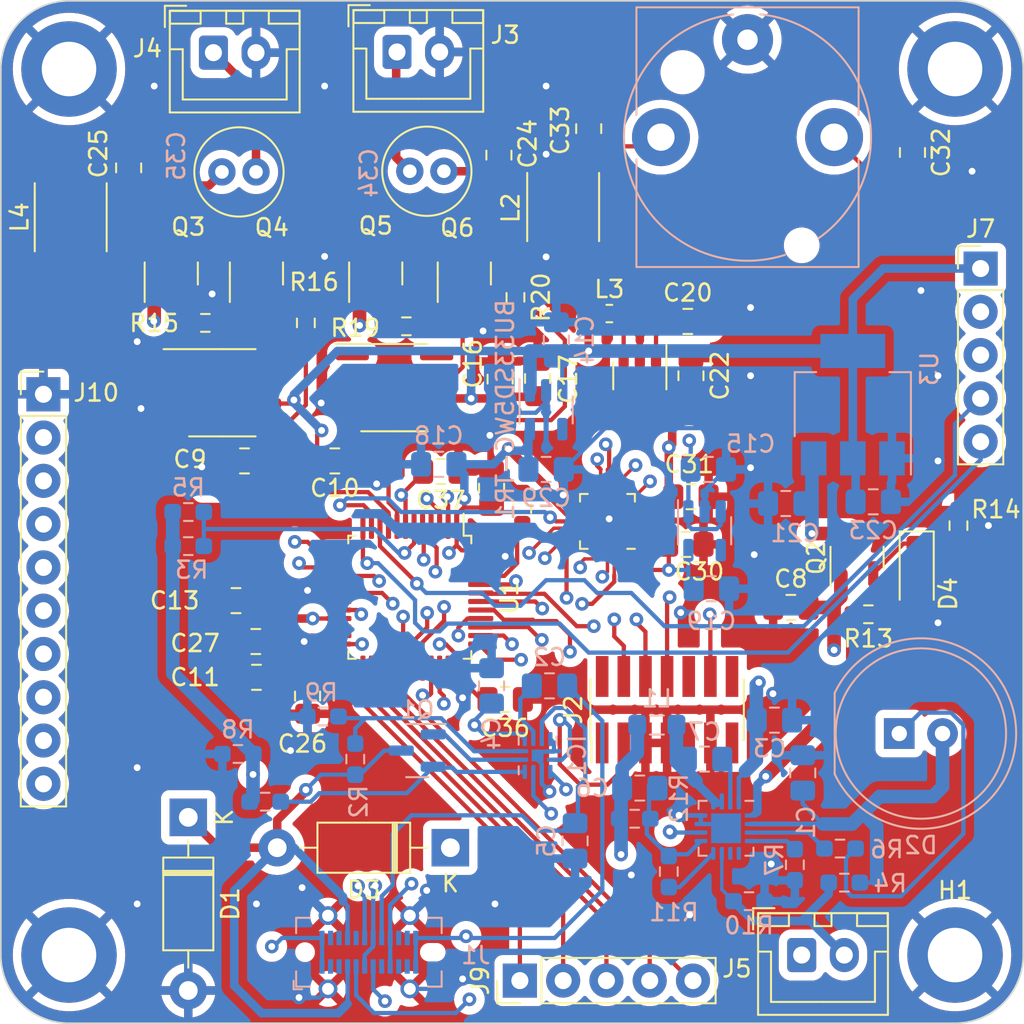
<source format=kicad_pcb>
(kicad_pcb (version 20240108) (generator "pcbnew") (generator_version "8.0")
  (layers (0 "F.Cu" signal) (1 "In1.Cu" signal) (2 "In2.Cu" signal) (31 "B.Cu" signal) (34 "B.Paste" user) (35 "F.Paste" user) (36 "B.SilkS" user "B.Silkscreen") (37 "F.SilkS" user "F.Silkscreen") (38 "B.Mask" user) (39 "F.Mask" user) (44 "Edge.Cuts" user))
  (net 0 "")
  (net 1 "Net-(BQ25306RTET1-STAT)")
  (net 2 "Net-(BQ25306RTET1-ICHG)")
  (net 5 "V_BAT-")
  (net 6 "Net-(BQ25306RTET1-FB_GND)")
  (net 7 "Net-(BQ25306RTET1-FB)")
  (net 8 "V_BAT+")
  (net 9 "Net-(BQ25306RTET1-SW-Pad13)")
  (net 10 "Net-(BQ25306RTET1-BTST)")
  (net 11 "V_SYS")
  (net 14 "1.8V")
  (net 15 "5V")
  (net 17 "3.3VDC")
  (net 18 "Net-(BU33SD5WG-TR2-VIN)")
  (net 20 "3.3VAC")
  (net 21 "Net-(IC1-IN_GD)")
  (net 22 "UCPD_CC1")
  (net 23 "Net-(D2-K)")
  (net 24 "Net-(D4-K)")
  (net 25 "Net-(D4-A)")
  (net 26 "Net-(IC1-GATE)")
  (net 27 "Net-(IC1-SOURCE)")
  (net 28 "Net-(D1-K)")
  (net 29 "Net-(Q3-G)")
  (net 30 "Net-(IC1-VBUS_CTRL)")
  (net 31 "Net-(Q4-G)")
  (net 32 "LINEOUT_R")
  (net 33 "LINEOUT_L")
  (net 34 "A Encodeur 1")
  (net 35 "B Encodeur 1")
  (net 36 "A Encodeur 2")
  (net 37 "B Encodeur 2")
  (net 38 "V_sense")
  (net 39 "REGN")
  (net 40 "OUT_L")
  (net 41 "OUT_R")
  (net 42 "band1")
  (net 43 "SYS_MCLK")
  (net 44 "LIGHT")
  (net 46 "TIM3_CH1")
  (net 47 "TIM3_CH2")
  (net 48 "TIM3_CH3")
  (net 49 "TIM3_CH4")
  (net 51 "EQ_BAND_BTN")
  (net 52 "band3")
  (net 53 "Potar_volume")
  (net 54 "band2")
  (net 55 "I2S_SCLK")
  (net 56 "I2S_LRCLK")
  (net 57 "I2S_DIN")
  (net 58 "USB_DM")
  (net 59 "USB_DP")
  (net 60 "I2S_DOUT")
  (net 61 "CTRL_DATA")
  (net 62 "Net-(C2-Pad1)")
  (net 63 "UCPD_CC2")
  (net 64 "CTRL_CLK")
  (net 68 "STM32_CC2")
  (net 69 "NRST")
  (net 70 "Net-(C24-Pad1)")
  (net 71 "Net-(C25-Pad1)")
  (net 75 "GND")
  (net 77 "Net-(J3-Pin_1)")
  (net 78 "Net-(J4-Pin_1)")
  (net 79 "LINEIN_R")
  (net 80 "LINEIN_L")
  (net 81 "V_AMPLIFIER_L")
  (net 82 "Net-(Q5-G)")
  (net 83 "Net-(Q6-G)")
  (net 84 "V_HO_R")
  (net 85 "V_LO_R")
  (net 86 "V_HO_L")
  (net 87 "V_LO_L")
  (net 90 "band0")
  (net 91 "V_AMPLIFIER_R")
  (net 92 "VBUS")
  (net 94 "SWDIO")
  (net 105 "SWCLK")
  (net 106 "SWO")
  (net 111 "Net-(U1-PB8)")
  (net 114 "STM32_CC1")
  (footprint "Resistor_SMD:R_0603_1608Metric_Pad0.98x0.95mm_HandSolder" (layer "F.Cu") (at 154.6 94.8 90)
    (property "Reference" "R17" (hide yes))
    (property "Value" "510" (hide yes))
  )
  (footprint "Capacitor_SMD:C_0805_2012Metric_Pad1.18x1.45mm_HandSolder" (layer "F.Cu") (at 131.5 74.8 90)
    (property "Reference" "C25")
    (property "Value" "10u" (hide yes))
  )
  (footprint "Package_TO_SOT_SMD:SOT-23" (layer "F.Cu") (at 174.25 97.6875 90)
    (property "Reference" "Q2")
    (property "Value" "SI2303CDS-T1-GE3" (hide yes))
  )
  (footprint "Inductor_SMD:L_Vishay_IFSC-1515AH_4x4x1.8mm" (layer "F.Cu") (at 128.1 77.7 90)
    (property "Reference" "L4")
    (property "Value" "6u3")
  )
  (footprint "Package_SO:SOIC-8_3.9x4.9mm_P1.27mm" (layer "F.Cu") (at 147.1 87.7)
    (property "Reference" "UCC27325DR2" (hide yes))
    (property "Value" "~")
  )
  (footprint "Capacitor_SMD:C_0805_2012Metric_Pad1.18x1.45mm_HandSolder" (layer "F.Cu") (at 164.314 83.813)
    (property "Reference" "C20")
    (property "Value" "1u")
  )
  (footprint "Package_TO_SOT_SMD:SOT-23" (layer "F.Cu") (at 139 81 90)
    (property "Reference" "Q4")
    (property "Value" "SI2303CDS-T1-GE3" (hide yes))
  )
  (footprint "Resistor_SMD:R_0603_1608Metric_Pad0.98x0.95mm_HandSolder" (layer "F.Cu") (at 136 83.9 180)
    (property "Reference" "R15")
    (property "Value" "10" (hide yes))
  )
  (footprint "Capacitor_SMD:C_0805_2012Metric_Pad1.18x1.45mm_HandSolder" (layer "F.Cu") (at 158.5 72.5 90)
    (property "Reference" "C33")
    (property "Value" "10u" (hide yes))
  )
  (footprint "Capacitor_SMD:C_0805_2012Metric_Pad1.18x1.45mm_HandSolder" (layer "F.Cu") (at 137.8 100.2 180)
    (property "Reference" "C13")
    (property "Value" "100n")
  )
  (footprint "Connector_JST:JST_XH_B2B-XH-A_1x02_P2.50mm_Vertical" (layer "F.Cu") (at 136.475 68.04)
    (property "Reference" "J4")
    (property "Value" "Conn_01x02" (hide yes))
  )
  (footprint "Package_TO_SOT_SMD:SOT-23" (layer "F.Cu") (at 146 81 90)
    (property "Reference" "Q5")
    (property "Value" "SI2304DDS-T1-GE3")
  )
  (footprint "Capacitor_SMD:C_0805_2012Metric_Pad1.18x1.45mm_HandSolder" (layer "F.Cu") (at 153.3 87.2 -90)
    (property "Reference" "C16")
    (property "Value" "0.1u")
  )
  (footprint "Connector_PinHeader_2.54mm:PinHeader_1x05_P2.54mm_Vertical" (layer "F.Cu") (at 181.5 80.71)
    (property "Reference" "J7")
    (property "Value" "Conn_01x05" (hide yes))
  )
  (footprint "Capacitor_THT:C_Radial_D5.0mm_H11.0mm_P2.00mm" (layer "F.Cu") (at 150 75 180)
    (property "Reference" "C34")
    (property "Value" "100u")
  )
  (footprint "Connector_JST:JST_XH_B2B-XH-A_1x02_P2.50mm_Vertical" (layer "F.Cu") (at 171 121)
    (property "Reference" "J5")
    (property "Value" "Conn_01x02" (hide yes))
  )
  (footprint "Package_QFP:LQFP-48_7x7mm_P0.5mm" (layer "F.Cu") (at 148 100 -90)
    (property "Reference" "U1")
    (property "Value" "STM32G491CETx (x=6)" (hide yes))
  )
  (footprint "Package_DFN_QFN:QFN-20-1EP_3x3mm_P0.4mm_EP1.65x1.65mm" (layer "F.Cu") (at 159.6 95.55 180)
    (property "Reference" "U2" (hide yes))
    (property "Value" "SGTL5000XNLA3")
  )
  (footprint "Diode_THT:D_DO-41_SOD81_P10.16mm_Horizontal" (layer "F.Cu") (at 135 112.92 -90)
    (property "Reference" "D1")
    (property "Value" "1N5817")
  )
  (footprint "MountingHole:MountingHole_3.2mm_M3_DIN965_Pad" (layer "F.Cu") (at 128 69)
    (property "Reference" "H4" (hide yes))
    (property "Value" "MountingHole_Pad" (hide yes))
  )
  (footprint "Package_SO:SOIC-8_3.9x4.9mm_P1.27mm" (layer "F.Cu") (at 137 88)
    (property "Reference" "UCC27325DR1" (hide yes))
    (property "Value" "~" (hide yes))
  )
  (footprint "Capacitor_SMD:C_0805_2012Metric_Pad1.18x1.45mm_HandSolder" (layer "F.Cu") (at 138.3 92)
    (property "Reference" "C9")
    (property "Value" "0.1u" (hide yes))
  )
  (footprint "Capacitor_THT:C_Radial_D5.0mm_H11.0mm_P2.00mm" (layer "F.Cu") (at 136.975 75.04)
    (property "Reference" "C35")
    (property "Value" "100u")
  )
  (footprint "Capacitor_SMD:C_0805_2012Metric_Pad1.18x1.45mm_HandSolder" (layer "F.Cu") (at 164.5 94.1)
    (property "Reference" "C31")
    (property "Value" "100n")
  )
  (footprint "Inductor_SMD:L_Vishay_IFSC-1515AH_4x4x1.8mm" (layer "F.Cu") (at 157 77.1 90)
    (property "Reference" "L2")
    (property "Value" "6u3")
  )
  (footprint "Resistor_SMD:R_0603_1608Metric_Pad0.98x0.95mm_HandSolder" (layer "F.Cu") (at 147.8 84.1 180)
    (property "Reference" "R19")
    (property "Value" "10" (hide yes))
  )
  (footprint "MountingHole:MountingHole_3.2mm_M3_DIN965_Pad" (layer "F.Cu") (at 128 121)
    (property "Reference" "H2" (hide yes))
    (property "Value" "MountingHole_Pad" (hide yes))
  )
  (footprint "Capacitor_SMD:C_0805_2012Metric_Pad1.18x1.45mm_HandSolder" (layer "F.Cu") (at 143.6 92 180)
    (property "Reference" "C10")
    (property "Value" "1.0u" (hide yes))
  )
  (footprint "Resistor_SMD:R_0603_1608Metric_Pad0.98x0.95mm_HandSolder" (layer "F.Cu") (at 180.2 95.8 -90)
    (property "Reference" "R14")
    (property "Value" "10k" (hide yes))
  )
  (footprint "Capacitor_SMD:C_0805_2012Metric_Pad1.18x1.45mm_HandSolder" (layer "F.Cu") (at 164.2 96.9)
    (property "Reference" "C30")
    (property "Value" "100n" (hide yes))
  )
  (footprint "Connector_PinHeader_2.54mm:PinHeader_1x10_P2.54mm_Vertical" (layer "F.Cu") (at 126.5 88.09)
    (property "Reference" "J10")
    (property "Value" "Conn_01x10" (hide yes))
  )
  (footprint "Inductor_SMD:L_0603_1608Metric_Pad1.05x0.95mm_HandSolder" (layer "F.Cu") (at 159.711 83.352)
    (property "Reference" "L3")
    (property "Value" "39n")
  )
  (footprint "Connector_JST:JST_XH_B2B-XH-A_1x02_P2.50mm_Vertical" (layer "F.Cu") (at 147.25 68)
    (property "Reference" "J3")
    (property "Value" "Conn_01x02" (hide yes))
  )
  (footprint "MountingHole:MountingHole_3.2mm_M3_DIN965_Pad" (layer "F.Cu") (at 180 121)
    (property "Reference" "H1")
    (property "Value" "MountingHole_Pad" (hide yes))
  )
  (footprint "Resistor_SMD:R_0603_1608Metric_Pad0.98x0.95mm_HandSolder" (layer "F.Cu") (at 141.9 83.9 90)
    (property "Reference" "R16")
    (property "Value" "10" (hide yes))
  )
  (footprint "Capacitor_SMD:C_0805_2012Metric_Pad1.18x1.45mm_HandSolder" (layer "F.Cu") (at 153.6 106 180)
    (property "Reference" "C36")
    (property "Value" "100n")
  )
  (footprint "Connector_PinHeader_1.27mm:PinHeader_2x07_P1.27mm_Vertical_SMD" (layer "F.Cu") (at 163.1 106.6 90)
    (property "Reference" "J2")
    (property "Value" "Conn_ST_STDC14")
  )
  (footprint "Capacitor_SMD:C_0805_2012Metric_Pad1.18x1.45mm_HandSolder" (layer "F.Cu") (at 149.823 92.62 180)
    (property "Reference" "C37")
    (property "Value" "100n")
  )
  (footprint "Resistor_SMD:R_0603_1608Metric_Pad0.98x0.95mm_HandSolder" (layer "F.Cu") (at 154.2 82.4 90)
    (property "Reference" "R20")
    (property "Value" "10" (hide yes))
  )
  (footprint "Capacitor_SMD:C_0805_2012Metric_Pad1.18x1.45mm_HandSolder" (layer "F.Cu") (at 138.9625 102.6)
    (property "Reference" "C27")
    (property "Value" "100n")
  )
  (footprint "Capacitor_SMD:C_0805_2012Metric_Pad1.18x1.45mm_HandSolder" (layer "F.Cu") (at 153.229 74.054 90)
    (property "Reference" "C24")
    (property "Value" "10u" (hide yes))
  )
  (footprint "Capacitor_SMD:C_0805_2012Metric_Pad1.18x1.45mm_HandSolder" (layer "F.Cu") (at 170.3625 100.6)
    (property "Reference" "C8")
    (property "Value" "10u" (hide yes))
  )
  (footprint "Package_TO_SOT_SMD:SOT-23" (layer "F.Cu") (at 134 81 90)
    (property "Reference" "Q3")
    (property "Value" "SI2304DDS-T1-GE3" (hide yes))
  )
  (footprint "Resistor_SMD:R_0603_1608Metric_Pad0.98x0.95mm_HandSolder" (layer "F.Cu") (at 174.9125 101 180)
    (property "Reference" "R13")
    (property "Value" "1k" (hide yes))
  )
  (footprint "Package_TO_SOT_SMD:SOT-23-5" (layer "F.Cu") (at 161.5 87 -90)
    (property "Reference" "BU33SD5WG-TR2" (hide yes))
    (property "Value" "LM1117DT-3.3")
  )
  (footprint "Diode_THT:D_DO-41_SOD81_P10.16mm_Horizontal" (layer "F.Cu") (at 150.38 114.7 180)
    (property "Reference" "D3")
    (property "Value" "1N5817")
  )
  (footprint "Capacitor_SMD:C_0805_2012Metric_Pad1.18x1.45mm_HandSolder" (layer "F.Cu") (at 177.5 73.9 -90)
    (property "Reference" "C32")
    (property "Value" "10u")
  )
  (footprint "Capacitor_SMD:C_0805_2012Metric_Pad1.18x1.45mm_HandSolder" (layer "F.Cu") (at 139 104.7)
    (property "Reference" "C11")
    (property "Value" "100n")
  )
  (footprint "Capacitor_SMD:C_0805_2012Metric_Pad1.18x1.45mm_HandSolder" (layer "F.Cu") (at 142 105.8 90)
    (property "Reference" "C26")
    (property "Value" "100n")
  )
  (footprint "Package_TO_SOT_SMD:SOT-23" (layer "F.Cu") (at 151.2 81 90)
    (property "Reference" "Q6")
    (property "Value" "SI2303CDS-T1-GE3" (hide yes))
  )
  (footprint "Capacitor_SMD:C_0805_2012Metric_Pad1.18x1.45mm_HandSolder" (layer "F.Cu") (at 155.5 87.1625 -90)
    (property "Reference" "C17")
    (property "Value" "1.0u")
  )
  (footprint "Capacitor_SMD:C_0805_2012Metric_Pad1.18x1.45mm_HandSolder" (layer "F.Cu") (at 152.8 93.6 -90)
    (property "Reference" "C12" (hide yes))
    (property "Value" "4u7")
  )
  (footprint "Capacitor_SMD:C_0805_2012Metric_Pad1.18x1.45mm_HandSolder" (layer "F.Cu") (at 164.5 87 90)
    (property "Reference" "C22")
    (property "Value" "1u" (hide yes))
  )
  (footprint "Diode_SMD:D_SOD-123" (layer "F.Cu") (at 177.75 98.5 -90)
    (property "Reference" "D4")
    (property "Value" "1N4148W" (hide yes))
  )
  (footprint "Connector_PinHeader_2.54mm:PinHeader_1x05_P2.54mm_Vertical" (layer "F.Cu") (at 154.46 122.5 90)
    (property "Reference" "J9")
    (property "Value" "Conn_01x05" (hide yes))
  )
  (footprint "MountingHole:MountingHole_3.2mm_M3_DIN965_Pad" (layer "F.Cu") (at 180 69)
    (property "Reference" "H3" (hide yes))
    (property "Value" "MountingHole_Pad" (hide yes))
  )
  (footprint "Package_TO_SOT_SMD:SOT-23-5" (layer "B.Cu") (at 156 89 -90)
    (property "Reference" "BU33SD5WG-TR1")
    (property "Value" "LM1117DT-3.3")
  )
  (footprint "Connector_USB:USB_C_Receptacle_GCT_USB4115-03-C" (layer "B.Cu") (at 145.6 120.835)
    (property "Reference" "J1")
    (property "Value" "USB_C_Receptacle")
  )
  (footprint "Capacitor_SMD:C_0805_2012Metric_Pad1.18x1.45mm_HandSolder" (layer "B.Cu") (at 169.4 107.214)
    (property "Reference" "C3")
    (property "Value" "10u" (hide yes))
  )
  (footprint "LED_THT:LED_D10.0mm" (layer "B.Cu") (at 176.725 108)
    (property "Reference" "D2")
    (property "Value" "LED_Small" (hide yes))
  )
  (footprint "Capacitor_SMD:C_0805_2012Metric_Pad1.18x1.45mm_HandSolder" (layer "B.Cu") (at 149.7 92.2 180)
    (property "Reference" "C18")
    (property "Value" "1u")
  )
  (footprint "Capacitor_SMD:C_0805_2012Metric_Pad1.18x1.45mm_HandSolder" (layer "B.Cu") (at 165.7 99.5)
    (property "Reference" "C19")
    (property "Value" "1u" (hide yes))
  )
  (footprint "Package_DFN_QFN:LQFN-12-1EP_2x2mm_P0.5mm_EP0.7x0.7mm" (layer "B.Cu") (at 155.5 109.2875 90)
    (property "Reference" "IC1")
    (property "Value" "TCPP01-M12")
  )
  (footprint "Resistor_SMD:R_0603_1608Metric_Pad0.98x0.95mm_HandSolder" (layer "B.Cu") (at 135 97 180)
    (property "Reference" "R3")
    (property "Value" "~" (hide yes))
  )
  (footprint "Package_TO_SOT_SMD:SOT-23" (layer "B.Cu") (at 148.4375 109 180)
    (property "Reference" "Q1")
    (property "Value" "SI2304DDS-T1-GE3")
  )
  (footprint "Resistor_SMD:R_0603_1608Metric_Pad0.98x0.95mm_HandSolder" (layer "B.Cu") (at 170.6 115.7 -90)
    (property "Reference" "R7")
    (property "Value" "23.2k" (hide yes))
  )
  (footprint "Capacitor_SMD:C_0805_2012Metric_Pad1.18x1.45mm_HandSolder" (layer "B.Cu") (at 175.2 94.4)
    (property "Reference" "C23")
    (property "Value" "22uF")
  )
  (footprint "Package_DFN_QFN:WQFN-16-1EP_3x3mm_P0.5mm_EP1.75x1.75mm" (layer "B.Cu") (at 166.56 113.56 180)
    (property "Reference" "BQ25306RTET1" (hide yes))
    (property "Value" "~" (hide yes))
  )
  (footprint "Capacitor_SMD:C_0805_2012Metric_Pad1.18x1.45mm_HandSolder" (layer "B.Cu") (at 171.062 110.311 -90)
    (property "Reference" "C1")
    (property "Value" "2.2u" (hide yes))
  )
  (footprint "Resistor_SMD:R_0603_1608Metric_Pad0.98x0.95mm_HandSolder" (layer "B.Cu") (at 173.25 114.75)
    (property "Reference" "R6")
    (property "Value" "1k" (hide yes))
  )
  (footprint "Capacitor_SMD:C_0805_2012Metric_Pad1.18x1.45mm_HandSolder" (layer "B.Cu") (at 170.0625 94.5 180)
    (property "Reference" "C21")
    (property "Value" "10uF" (hide yes))
  )
  (footprint "Capacitor_SMD:C_0805_2012Metric_Pad1.18x1.45mm_HandSolder" (layer "B.Cu") (at 156.2 105.2 180)
    (property "Reference" "C2")
    (property "Value" "10u")
  )
  (footprint "Resistor_SMD:R_0603_1608Metric_Pad0.98x0.95mm_HandSolder" (layer "B.Cu") (at 139.5125 112 180)
    (property "Reference" "R1" (hide yes))
    (property "Value" "~")
  )
  (footprint "Capacitor_SMD:C_0805_2012Metric_Pad1.18x1.45mm_HandSolder" (layer "B.Cu") (at 157.7 114.3 -90)
    (property "Reference" "C5")
    (property "Value" "10u" (hide yes))
  )
  (footprint "Capacitor_SMD:C_0805_2012Metric_Pad1.18x1.45mm_HandSolder" (layer "B.Cu") (at 165.524092 92.5)
    (property "Reference" "C15")
    (property "Value" "1u" (hide yes))
  )
  (footprint "Resistor_SMD:R_0603_1608Metric_Pad0.98x0.95mm_HandSolder" (layer "B.Cu") (at 163.2 116.1 90)
    (property "Reference" "R11")
    (property "Value" "200k" (hide yes))
  )
  (footprint "Resistor_SMD:R_0603_1608Metric_Pad0.98x0.95mm_HandSolder" (layer "B.Cu") (at 161.2 113)
    (property "Reference" "R12")
    (property "Value" "1M1")
  )
  (footprint "Resistor_SMD:R_0603_1608Metric_Pad0.98x0.95mm_HandSolder" (layer "B.Cu") (at 137.9125 109.2 180)
    (property "Reference" "R8")
    (property "Value" "~")
  )
  (footprint "Resistor_SMD:R_0603_1608Metric_Pad0.98x0.95mm_HandSolder" (layer "B.Cu") (at 144.8 109.5 90)
    (property "Reference" "R2")
    (property "Value" "~" (hide yes))
  )
  (footprint "Capacitor_SMD:C_0805_2012Metric_Pad1.18x1.45mm_HandSolder" (layer "B.Cu") (at 156.6 84.9 90)
    (property "Reference" "C14")
    (property "Value" "1u")
  )
  (footprint "Package_TO_SOT_SMD:SOT-223-3_TabPin2" (layer "B.Cu") (at 174 88.7 90)
    (property "Reference" "U3")
    (property "Value" "AZ1117-5.0")
  )
  (footprint "Capacitor_SMD:C_0805_2012Metric_Pad1.18x1.45mm_HandSolder" (layer "B.Cu") (at 156 92.5)
    (property "Reference" "C29")
    (property "Value" "100n")
  )
  (footprint "Capacitor_SMD:C_0805_2012Metric_Pad1.18x1.45mm_HandSolder" (layer "B.Cu") (at 165.3 109.5 180)
    (property "Reference" "C7")
    (property "Value" "47nF" (hide yes))
  )
  (footprint "Capacitor_SMD:C_0805_2012Metric_Pad1.18x1.45mm_HandSolder" (layer "B.Cu") (at 152.8 105.2 90)
    (property "Reference" "C4")
    (property "Value" "10u")
  )
  (footprint "Connector_Audio:Jack_6.35mm_Neutrik_NJ3FD-V_Vertical" (layer "B.Cu") (at 167.82 67.28 180)
    (property "Reference" "J8" (hide yes))
    (property "Value" "AudioJack3" (hide yes))
  )
  (footprint "Package_TO_SOT_SMD:SOT-23-5" (layer "B.Cu") (at 165.3 96.1 -90)
    (property "Reference" "BU18SD5WG-TR1" (hide yes))
    (property "Value" "LM1117DT-3.3" (hide yes))
  )
  (footprint "Resistor_SMD:R_0603_1608Metric_Pad0.98x0.95mm_HandSolder" (layer "B.Cu") (at 167.91 117.839)
    (property "Reference" "R10")
    (property "Value" "23.2k" (hide yes))
  )
  (footprint "Resistor_SMD:R_0603_1608Metric_Pad0.98x0.95mm_HandSolder" (layer "B.Cu") (at 135 95 180)
    (property "Reference" "R5")
    (property "Value" "~")
  )
  (footprint "Capacitor_SMD:C_0805_2012Metric_Pad1.18x1.45mm_HandSolder" (layer "B.Cu") (at 161.5 111.2)
    (property "Reference" "C6")
    (property "Value" "470u" (hide yes))
  )
  (footprint "Resistor_SMD:R_0603_1608Metric_Pad0.98x0.95mm_HandSolder" (layer "B.Cu") (at 142.9 107 180)
    (property "Reference" "R9")
    (property "Value" "~" (hide yes))
  )
  (footprint "Inductor_SMD:L_0805_2012Metric_Pad1.05x1.20mm_HandSolder" (layer "B.Cu") (at 162.5 107.5 180)
    (property "Reference" "L1")
    (property "Value" "2.2u" (hide yes))
  )
  (footprint "Resistor_SMD:R_0603_1608Metric_Pad0.98x0.95mm_HandSolder" (layer "B.Cu") (at 173.5 116.75 180)
    (property "Reference" "R4")
    (property "Value" "4.5k")
  )
  (gr_arc (start 184 121) (mid 182.828427 123.828427) (end 180 125) (stroke (width 0.1)) (layer "Edge.Cuts"))
  (gr_line (start 180 125) (end 128 125) (stroke (width 0.1)) (layer "Edge.Cuts"))
  (gr_line (start 124 121) (end 124 69) (stroke (width 0.1)) (layer "Edge.Cuts"))
  (gr_arc (start 124 69) (mid 125.171573 66.171573) (end 128 65) (stroke (width 0.1)) (layer "Edge.Cuts"))
  (gr_arc (start 180 65) (mid 182.828427 66.171573) (end 184 69) (stroke (width 0.1)) (layer "Edge.Cuts"))
  (gr_line (start 128 65) (end 180 65) (stroke (width 0.1)) (layer "Edge.Cuts"))
  (gr_arc (start 128 125) (mid 125.171573 123.828427) (end 124 121) (stroke (width 0.1)) (layer "Edge.Cuts"))
  (gr_line (start 184 69) (end 184 121) (stroke (width 0.1)) (layer "Edge.Cuts"))
  (segment (start 172.3375 114.75) (end 171.3975 113.81) (width 0.25) (layer "B.Cu") (net 1))
  (segment (start 171.3975 113.81) (end 168.035 113.81) (width 0.25) (layer "B.Cu") (net 1))
  (segment (start 170.1225 114.31) (end 170.6 114.7875) (width 0.25) (layer "B.Cu") (net 2))
  (segment (start 168.035 114.31) (end 170.1225 114.31) (width 0.25) (layer "B.Cu") (net 2))
  (segment (start 173.5 121) (end 171.5 119) (width 0.5) (layer "B.Cu") (net 5))
  (segment (start 171 119) (end 168.1585 119) (width 0.5) (layer "B.Cu") (net 5))
  (segment (start 166.31 115.035) (end 166.31 117.1515) (width 0.2) (layer "B.Cu") (net 5))
  (segment (start 168.1585 119) (end 166.9975 117.839) (width 0.5) (layer "B.Cu") (net 5))
  (segment (start 166.31 117.1515) (end 166.9975 117.839) (width 0.2) (layer "B.Cu") (net 5))
  (segment (start 171.5 119) (end 171 119) (width 0.5) (layer "B.Cu") (net 5))
  (segment (start 172.5875 117.4125) (end 171 119) (width 0.5) (layer "B.Cu") (net 5))
  (segment (start 172.5875 116.75) (end 172.5875 117.4125) (width 0.5) (layer "B.Cu") (net 5))
  (segment (start 163.8325 117.0125) (end 165.81 115.035) (width 0.25) (layer "B.Cu") (net 6))
  (segment (start 163.2 117.0125) (end 163.8325 117.0125) (width 0.25) (layer "B.Cu") (net 6))
  (segment (start 163.3 115.0875) (end 164.3075 115.0875) (width 0.25) (layer "B.Cu") (net 7))
  (segment (start 163.2 115.1875) (end 163.3 115.0875) (width 0.25) (layer "B.Cu") (net 7))
  (segment (start 161.9125 113) (end 161.9125 113.9) (width 0.25) (layer "B.Cu") (net 7))
  (segment (start 161.9125 113.9) (end 163.2 115.1875) (width 0.25) (layer "B.Cu") (net 7))
  (segment (start 162.0375 111) (end 162.0375 112.875) (width 0.25) (layer "B.Cu") (net 7))
  (segment (start 162.0375 112.875) (end 161.9125 113) (width 0.25) (layer "B.Cu") (net 7))
  (segment (start 164.3075 115.0875) (end 165.085 114.31) (width 0.25) (layer "B.Cu") (net 7))
  (segment (start 172.9 100.3875) (end 173.3 99.9875) (width 0.8) (layer "F.Cu") (net 8))
  (segment (start 173.3 99.9875) (end 173.3 99.4) (width 0.8) (layer "F.Cu") (net 8))
  (segment (start 172.9 100.6) (end 171.4 100.6) (width 0.8) (layer "F.Cu") (net 8))
  (segment (start 173.3 99.4) (end 173.3 98.625) (width 0.8) (layer "F.Cu") (net 8))
  (segment (start 172.9 103.1) (end 172.9 100.3875) (width 0.8) (layer "F.Cu") (net 8))
  (via (at 172.9 103.1) (size 0.8) (drill 0.4) (layers "F.Cu" "B.Cu") (net 8))
  (via (at 163.25 113.75) (size 0.8) (drill 0.4) (layers "F.Cu" "B.Cu") (net 8))
  (via (at 160.4 115.1) (size 0.8) (drill 0.4) (layers "F.Cu" "B.Cu") (net 8))
  (segment (start 160.4625 111.2) (end 160.4625 110.0375) (width 0.8) (layer "B.Cu") (net 8))
  (segment (start 161.35 109.15) (end 161.35 107.5) (width 0.8) (layer "B.Cu") (net 8))
  (segment (start 163.31 113.81) (end 165.085 113.81) (width 0.25) (layer "B.Cu") (net 8))
  (segment (start 160.4625 110.0375) (end 161.35 109.15) (width 0.8) (layer "B.Cu") (net 8))
  (segment (start 163.25 113.75) (end 163.31 113.81) (width 0.8) (layer "B.Cu") (net 8))
  (segment (start 160.4 111.2625) (end 160.4625 111.2) (width 0.8) (layer "B.Cu") (net 8))
  (segment (start 160.4 115.1) (end 160.4 111.2625) (width 0.8) (layer "B.Cu") (net 8))
  (segment (start 164.8 110.8) (end 163.65 109.65) (width 0.8) (layer "B.Cu") (net 9))
  (segment (start 164.8 110.885) (end 164.8 110.8) (width 0.5) (layer "B.Cu") (net 9))
  (segment (start 163.65 109.65) (end 163.65 107.5) (width 0.8) (layer "B.Cu") (net 9))
  (segment (start 166.31 112.085) (end 165.81 112.085) (width 0.25) (layer "B.Cu") (net 9))
  (segment (start 166.31 112.085) (end 166.31 111.6225) (width 0.25) (layer "B.Cu") (net 9))
  (segment (start 166 112.085) (end 164.8 110.885) (width 0.5) (layer "B.Cu") (net 9))
  (segment (start 166.81 109.9725) (end 166.3375 109.5) (width 0.25) (layer "B.Cu") (net 10))
  (segment (start 166.81 112.085) (end 166.81 109.9725) (width 0.25) (layer "B.Cu") (net 10))
  (segment (start 173.7625 96.2625) (end 171.6 96.2625) (width 0.8) (layer "F.Cu") (net 11))
  (segment (start 133 83.775) (end 133 82.0875) (width 0.8) (layer "F.Cu") (net 11))
  (segment (start 132.975 83.8) (end 133 83.775) (width 0.8) (layer "F.Cu") (net 11))
  (segment (start 174.25 96.75) (end 173.7625 96.2625) (width 0.8) (layer "F.Cu") (net 11))
  (segment (start 145.05 84.05) (end 145.05 82.7375) (width 0.8) (layer "F.Cu") (net 11))
  (segment (start 133 82.0875) (end 133.05 82.0375) (width 0.8) (layer "F.Cu") (net 11))
  (via (at 168.489 104.997) (size 0.8) (drill 0.4) (layers "F.Cu" "B.Cu") (net 11))
  (via (at 145.05 84.05) (size 0.8) (drill 0.4) (layers "F.Cu" "B.Cu") (net 11))
  (via (at 132.975 83.8) (size 0.8) (drill 0.4) (layers "F.Cu" "B.Cu") (net 11))
  (via (at 171.6 96.2625) (size 0.8) (drill 0.4) (layers "F.Cu" "B.Cu") (net 11))
  (segment (start 171.7 91.85) (end 171.6 91.95) (width 0.8) (layer "B.Cu") (net 11))
  (segment (start 171.2 94.4) (end 171.1 94.5) (width 0.8) (layer "B.Cu") (net 11))
  (segment (start 167.31 112.085) (end 167.31 110.59) (width 0.25) (layer "B.Cu") (net 11))
  (segment (start 171.6 91.95) (end 171.6 94) (width 0.8) (layer "B.Cu") (net 11))
  (segment (start 167.31 110.59) (end 167.7 110.2) (width 0.25) (layer "B.Cu") (net 11))
  (segment (start 167.7 110.2) (end 168.338 109.562) (width 0.8) (layer "B.Cu") (net 11))
  (segment (start 171.6 94) (end 171.6 94.4) (width 0.8) (layer "B.Cu") (net 11))
  (segment (start 168.338 105.148) (end 168.489 104.997) (width 0.8) (layer "B.Cu") (net 11))
  (segment (start 168.338 109.562) (end 168.338 105.148) (width 0.8) (layer "B.Cu") (net 11))
  (segment (start 171.6 94.4) (end 171.6 96.2625) (width 0.8) (layer "B.Cu") (net 11))
  (segment (start 171.6 94.4) (end 171.2 94.4) (width 0.8) (layer "B.Cu") (net 11))
  (segment (start 163.2 98.4) (end 163.2 96.9375) (width 0.25) (layer "F.Cu") (net 14))
  (segment (start 163.2 98.4) (end 161.4 98.4) (width 0.25) (layer "F.Cu") (net 14))
  (segment (start 161.4 98.4) (end 160.4 97.4) (width 0.25) (layer "F.Cu") (net 14))
  (segment (start 160.4 97.4) (end 160.4 97) (width 0.25) (layer "F.Cu") (net 14))
  (segment (start 163.2 96.9375) (end 163.1625 96.9) (width 0.25) (layer "F.Cu") (net 14))
  (via (at 163.2 98.4) (size 0.8) (drill 0.4) (layers "F.Cu" "B.Cu") (net 14))
  (segment (start 164.35 98.4) (end 163.2 98.4) (width 0.25) (layer "B.Cu") (net 14))
  (segment (start 164.35 99.1875) (end 164.6625 99.5) (width 0.25) (layer "B.Cu") (net 14))
  (segment (start 164.187 99.5) (end 164.6625 99.5) (width 0.25) (layer "B.Cu") (net 14))
  (segment (start 164.35 97.2375) (end 164.35 98.4) (width 0.25) (layer "B.Cu") (net 14))
  (segment (start 164.35 98.4) (end 164.35 99.1875) (width 0.25) (layer "B.Cu") (net 14))
  (segment (start 163.2 98.4) (end 163.3 98.4) (width 0.25) (layer "B.Cu") (net 14))
  (segment (start 139.3375 92) (end 142.5625 92) (width 0.25) (layer "F.Cu") (net 15))
  (segment (start 140.99 88.635) (end 141.2 88.425) (width 0.25) (layer "F.Cu") (net 15))
  (segment (start 141.2 88.425) (end 141.2 88.7) (width 0.25) (layer "F.Cu") (net 15))
  (segment (start 158.5 83.688) (end 158.588 83.6) (width 0.5) (layer "F.Cu") (net 15))
  (segment (start 151.6 88.335) (end 153.2025 88.335) (width 0.5) (layer "F.Cu") (net 15))
  (segment (start 139.475 88.635) (end 140.99 88.635) (width 0.25) (layer "F.Cu") (net 15))
  (segment (start 153.3 88.2375) (end 155.4625 88.2375) (width 0.5) (layer "F.Cu") (net 15))
  (segment (start 158.5 85.55) (end 158.5 83.688) (width 0.5) (layer "F.Cu") (net 15))
  (segment (start 158.588 83.6) (end 158.725 83.6) (width 0.5) (layer "F.Cu") (net 15))
  (segment (start 151.6 88.335) (end 149.575 88.335) (width 0.5) (layer "F.Cu") (net 15))
  (segment (start 142.5625 90.476649) (end 142.826099 90.21305) (width 0.25) (layer "F.Cu") (net 15))
  (segment (start 155.4625 88.2375) (end 155.5 88.2) (width 0.5) (layer "F.Cu") (net 15))
  (segment (start 153.2025 88.335) (end 153.3 88.2375) (width 0.5) (layer "F.Cu") (net 15))
  (segment (start 142.5625 92) (end 142.5625 90.476649) (width 0.25) (layer "F.Cu") (net 15))
  (via (at 142.826099 90.21305) (size 0.8) (drill 0.4) (layers "F.Cu" "B.Cu") (net 15))
  (via (at 141.2 88.425) (size 0.8) (drill 0.4) (layers "F.Cu" "B.Cu") (net 15))
  (via (at 151.6 88.335) (size 0.8) (drill 0.4) (layers "F.Cu" "B.Cu") (net 15))
  (via (at 158.5 85.55) (size 0.8) (drill 0.4) (layers "F.Cu" "B.Cu") (net 15))
  (segment (start 174 82.5) (end 175.79 80.71) (width 0.5) (layer "B.Cu") (net 15))
  (segment (start 174.1625 94.4) (end 174.1625 92.0125) (width 0.5) (layer "B.Cu") (net 15))
  (segment (start 174 85.55) (end 174 82.5) (width 0.5) (layer "B.Cu") (net 15))
  (segment (start 152 85.55) (end 155.038 85.55) (width 0.5) (layer "B.Cu") (net 15))
  (segment (start 156.9875 85.55) (end 156.6 85.9375) (width 0.5) (layer "B.Cu") (net 15))
  (segment (start 143.75 85.55) (end 152 85.55) (width 0.5) (layer "B.Cu") (net 15))
  (segment (start 141.2 88.425) (end 141.2 88.1) (width 0.5) (layer "B.Cu") (net 15))
  (segment (start 174.1625 92.0125) (end 174 91.85) (width 0.25) (layer "B.Cu") (net 15))
  (segment (start 141.2 88.586951) (end 142.826099 90.21305) (width 0.5) (layer "B.Cu") (net 15))
  (segment (start 155.038 85.55) (end 157.7 85.55) (width 0.8) (layer "B.Cu") (net 15))
  (segment (start 158.5 85.55) (end 157.7 85.55) (width 0.8) (layer "B.Cu") (net 15))
  (segment (start 157.7 85.55) (end 156.9875 85.55) (width 0.8) (layer "B.Cu") (net 15))
  (segment (start 155.05 87.8625) (end 155.05 85.562) (width 0.8) (layer "B.Cu") (net 15))
  (segment (start 174 85.55) (end 174 91.85) (width 0.5) (layer "B.Cu") (net 15))
  (segment (start 156.95 87.8625) (end 156.95 86.2875) (width 0.25) (layer "B.Cu") (net 15))
  (segment (start 156.95 86.2875) (end 156.6 85.9375) (width 0.25) (layer "B.Cu") (net 15))
  (segment (start 175.79 80.71) (end 181.5 80.71) (width 0.5) (layer "B.Cu") (net 15))
  (segment (start 155.05 85.562) (end 155.038 85.55) (width 0.25) (layer "B.Cu") (net 15))
  (segment (start 174 85.55) (end 158.5 85.55) (width 0.8) (layer "B.Cu") (net 15))
  (segment (start 141.2 88.1) (end 143.75 85.55) (width 0.5) (layer "B.Cu") (net 15))
  (segment (start 141.2 88.425) (end 141.2 88.586951) (width 0.5) (layer "B.Cu") (net 15))
  (segment (start 151.6 88.335) (end 151.6 85.5) (width 0.5) (layer "B.Cu") (net 15))
  (segment (start 152.2 106) (end 152.5625 106) (width 0.25) (layer "F.Cu") (net 17))
  (segment (start 151.05 97.25) (end 152.1625 97.25) (width 0.25) (layer "F.Cu") (net 17))
  (segment (start 143.8375 102.75) (end 145.2 102.75) (width 0.25) (layer "F.Cu") (net 17))
  (segment (start 145.2 102.75) (end 145.35 102.75) (width 0.25) (layer "F.Cu") (net 17))
  (segment (start 156 93.5) (end 156 94) (width 0.5) (layer "F.Cu") (net 17))
  (segment (start 142 104.7625) (end 140.1 104.7625) (width 0.5) (layer "F.Cu") (net 17))
  (segment (start 140 102.6) (end 140 104.6625) (width 0.5) (layer "F.Cu") (net 17))
  (segment (start 151.2 94.2) (end 151.3 94.3) (width 0.25) (layer "F.Cu") (net 17))
  (segment (start 151.2 94.7) (end 150.75 95.15) (width 0.25) (layer "F.Cu") (net 17))
  (segment (start 150.75 96.95) (end 151.05 97.25) (width 0.25) (layer "F.Cu") (net 17))
  (segment (start 151.2 94.7) (end 151.2 94.2) (width 0.25) (layer "F.Cu") (net 17))
  (segment (start 145.152342 100.998656) (end 144.903686 100.75) (width 0.25) (layer "F.Cu") (net 17))
  (segment (start 140 104.6625) (end 140.0375 104.7) (width 0.25) (layer "F.Cu") (net 17))
  (segment (start 158 111) (end 159.6 111) (width 0.25) (layer "F.Cu") (net 17))
  (segment (start 153.8 91.3) (end 156 93.5) (width 0.5) (layer "F.Cu") (net 17))
  (segment (start 152.8 94.7375) (end 151.2375 94.7375) (width 0.25) (layer "F.Cu") (net 17))
  (segment (start 149.75 102.75) (end 150.10741 102.75) (width 0.25) (layer "F.Cu") (net 17))
  (segment (start 159.6 111) (end 160.56 110.04) (width 0.25) (layer "F.Cu") (net 17))
  (segment (start 142 104.5875) (end 143.8375 102.75) (width 0.25) (layer "F.Cu") (net 17))
  (segment (start 144.903686 100.75) (end 143.8375 100.75) (width 0.25) (layer "F.Cu") (net 17))
  (segment (start 150.75 96.95) (end 150.75 95.8375) (width 0.25) (layer "F.Cu") (net 17))
  (segment (start 156.8 109.8) (end 158 111) (width 0.25) (layer "F.Cu") (net 17))
  (segment (start 142 104.7625) (end 142 104.5875) (width 0.25) (layer "F.Cu") (net 17))
  (segment (start 143.7875 102.7) (end 143.8375 102.75) (width 0.25) (layer "F.Cu") (net 17))
  (segment (start 157.15 95.15) (end 158.15 95.15) (width 0.2) (layer "F.Cu") (net 17))
  (segment (start 150.10741 102.75) (end 150.75 103.39259) (width 0.25) (layer "F.Cu") (net 17))
  (segment (start 140.1 104.7625) (end 140.0375 104.7) (width 0.25) (layer "F.Cu") (net 17))
  (segment (start 151.2375 94.7375) (end 151.2 94.7) (width 0.25) (layer "F.Cu") (net 17))
  (segment (start 150.75 103.39259) (end 150.75 104.1625) (width 0.25) (layer "F.Cu") (net 17))
  (segment (start 150.75 104.1625) (end 150.75 104.55) (width 0.25) (layer "F.Cu") (net 17))
  (segment (start 156 94) (end 157.15 95.15) (width 0.2) (layer "F.Cu") (net 17))
  (segment (start 150.75 104.55) (end 152.2 106) (width 0.25) (layer "F.Cu") (net 17))
  (segment (start 150.75 95.15) (end 150.75 95.8375) (width 0.25) (layer "F.Cu") (net 17))
  (segment (start 156.8 107.2) (end 156.8 109.8) (width 0.25) (layer "F.Cu") (net 17))
  (segment (start 150.3 97.4) (end 150.75 96.95) (width 0.25) (layer "F.Cu") (net 17))
  (segment (start 160.56 110.04) (end 160.56 108.55) (width 0.25) (layer "F.Cu") (net 17))
  (via (at 149.75 102.75) (size 0.8) (drill 0.4) (layers "F.Cu" "B.Cu") (net 17))
  (via (at 151.2 94.2) (size 0.8) (drill 0.4) (layers "F.Cu" "B.Cu") (net 17))
  (via (at 153.8 91.3) (size 0.8) (drill 0.4) (layers "F.Cu" "B.Cu") (net 17))
  (via (at 145.152342 100.998656) (size 0.8) (drill 0.4) (layers "F.Cu" "B.Cu") (net 17))
  (via (at 150.3 97.4) (size 0.8) (drill 0.4) (layers "F.Cu" "B.Cu") (net 17))
  (via (at 145.2 102.75) (size 0.8) (drill 0.4) (layers "F.Cu" "B.Cu") (net 17))
  (via (at 156.8 107.2) (size 0.8) (drill 0.4) (layers "F.Cu" "B.Cu") (net 17))
  (via (at 164.4 90.8) (size 0.8) (drill 0.4) (layers "F.Cu" "B.Cu") (net 17))
  (segment (start 154.6625 91.4) (end 154.9625 91.1) (width 0.5) (layer "B.Cu") (net 17))
  (segment (start 153.9 91.4) (end 154.6625 91.4) (width 0.5) (layer "B.Cu") (net 17))
  (segment (start 164.35 95.8) (end 164.35 94.9625) (width 0.25) (layer "B.Cu") (net 17))
  (segment (start 166.25 95.75) (end 166 96) (width 0.25) (layer "B.Cu") (net 17))
  (segment (start 156.8 107.2) (end 157 107.2) (width 0.25) (layer "B.Cu") (net 17))
  (segment (start 156.92474 109.5375) (end 156.4625 109.5375) (width 0.25) (layer "B.Cu") (net 17))
  (segment (start 151.2 94.2) (end 151.2 92.8) (width 0.5) (layer "B.Cu") (net 17))
  (segment (start 166 96) (end 164.55 96) (width 0.25) (layer "B.Cu") (net 17))
  (segment (start 157.4 109.06224) (end 156.92474 109.5375) (width 0.25) (layer "B.Cu") (net 17))
  (segment (start 164.486592 90.886592) (end 164.4 90.8) (width 0.25) (layer "B.Cu") (net 17))
  (segment (start 153.8 91.3) (end 153.9 91.4) (width 0.5) (layer "B.Cu") (net 17))
  (segment (start 164.486592 92.5) (end 164.486592 90.886592) (width 0.25) (layer "B.Cu") (net 17))
  (segment (start 164.35 94.9625) (end 164.35 92.636592) (width 0.25) (layer "B.Cu") (net 17))
  (segment (start 157 107.2) (end 157.4 107.6) (width 0.25) (layer "B.Cu") (net 17))
  (segment (start 166.25 94.9625) (end 166.25 95.75) (width 0.25) (layer "B.Cu") (net 17))
  (segment (start 153.8 91.3) (end 153.7 91.4) (width 0.5) (layer "B.Cu") (net 17))
  (segment (start 154.9625 90.225) (end 155.05 90.1375) (width 0.25) (layer "B.Cu") (net 17))
  (segment (start 164.55 96) (end 164.35 95.8) (width 0.25) (layer "B.Cu") (net 17))
  (segment (start 154.9625 92.5) (end 154.9625 90.225) (width 0.5) (layer "B.Cu") (net 17))
  (segment (start 153.7 91.3) (end 153.7 91.4) (width 0.5) (layer "B.Cu") (net 17))
  (segment (start 157.4 107.6) (end 157.4 109.06224) (width 0.25) (layer "B.Cu") (net 17))
  (segment (start 150.8 92.425) (end 150.825 92.425) (width 0.25) (layer "B.Cu") (net 17))
  (segment (start 152.9 92.2) (end 150.7375 92.2) (width 0.5) (layer "B.Cu") (net 17))
  (segment (start 164.35 92.636592) (end 164.486592 92.5) (width 0.25) (layer "B.Cu") (net 17))
  (segment (start 151.2 92.8) (end 150.825 92.425) (width 0.5) (layer "B.Cu") (net 17))
  (segment (start 153.7 91.4) (end 152.9 92.2) (width 0.5) (layer "B.Cu") (net 17))
  (segment (start 162.45 84.6395) (end 163.2765 83.813) (width 0.25) (layer "F.Cu") (net 18))
  (segment (start 160.55 83.388) (end 160.586 83.352) (width 0.25) (layer "F.Cu") (net 18))
  (segment (start 162.45 85.8625) (end 162.45 84.6395) (width 0.25) (layer "F.Cu") (net 18))
  (segment (start 162.8155 83.352) (end 163.2765 83.813) (width 0.25) (layer "F.Cu") (net 18))
  (segment (start 160.55 85.8625) (end 160.55 83.388) (width 0.25) (layer "F.Cu") (net 18))
  (segment (start 162.45 85.8625) (end 162.436 85.8485) (width 0.25) (layer "F.Cu") (net 18))
  (segment (start 160.586 83.352) (end 162.8155 83.352) (width 0.25) (layer "F.Cu") (net 18))
  (segment (start 160.55 85.8625) (end 160.475 85.7875) (width 0.25) (layer "F.Cu") (net 18))
  (segment (start 162.4625 85.85) (end 162.45 85.8625) (width 0.25) (layer "F.Cu") (net 18))
  (segment (start 163.4 88.1375) (end 164.4 88.1375) (width 0.5) (layer "F.Cu") (net 20))
  (segment (start 164.4 88.1375) (end 164.5 88.0375) (width 0.25) (layer "F.Cu") (net 20))
  (segment (start 163.2 91.2) (end 163.05 91.2) (width 0.5) (layer "F.Cu") (net 20))
  (segment (start 162.45 88.1375) (end 163.4 88.1375) (width 0.5) (layer "F.Cu") (net 20))
  (segment (start 140.2 100.2) (end 141.25 101.25) (width 0.5) (layer "F.Cu") (net 20))
  (segment (start 163.4 91) (end 163.2 91.2) (width 0.5) (layer "F.Cu") (net 20))
  (segment (start 163.2 91.2) (end 163.2 93.8375) (width 0.5) (layer "F.Cu") (net 20))
  (segment (start 141.25 101.25) (end 142.3 101.25) (width 0.5) (layer "F.Cu") (net 20))
  (segment (start 138.8375 100.2) (end 140.2 100.2) (width 0.5) (layer "F.Cu") (net 20))
  (segment (start 161.05 95.55) (end 162.05 95.55) (width 0.25) (layer "F.Cu") (net 20))
  (segment (start 165.1375 88.0375) (end 164.5 88.0375) (width 0.5) (layer "F.Cu") (net 20))
  (segment (start 163.4625 94.1375) (end 162.2 95.4) (width 0.5) (layer "F.Cu") (net 20))
  (segment (start 162.05 95.55) (end 162.2 95.4) (width 0.25) (layer "F.Cu") (net 20))
  (segment (start 163.2 93.8375) (end 163.4625 94.1) (width 0.5) (layer "F.Cu") (net 20))
  (segment (start 163.4 88.1375) (end 163.4 91) (width 0.5) (layer "F.Cu") (net 20))
  (segment (start 142.3 101.25) (end 143.8375 101.25) (width 0.25) (layer "F.Cu") (net 20))
  (segment (start 163.4625 94.1) (end 163.4625 94.1375) (width 0.5) (layer "F.Cu") (net 20))
  (via (at 142.3 101.25) (size 0.8) (drill 0.4) (layers "F.Cu" "B.Cu") (net 20))
  (via (at 163.2 91.2) (size 0.8) (drill 0.4) (layers "F.Cu" "B.Cu") (net 20))
  (segment (start 154.48776 107.10052) (end 155.25 107.86276) (width 0.25) (layer "B.Cu") (net 21))
  (segment (start 154.9625 105.5) (end 154.48776 105.97474) (width 0.25) (layer "B.Cu") (net 21))
  (segment (start 155.1 105.2375) (end 155.1 105.5701) (width 0.25) (layer "B.Cu") (net 21))
  (segment (start 155.25 107.86276) (end 155.25 108.325) (width 0.25) (layer "B.Cu") (net 21))
  (segment (start 154.48776 105.97474) (end 154.48776 107.10052) (width 0.25) (layer "B.Cu") (net 21))
  (via (at 151.5 123.6) (size 0.8) (drill 0.4) (layers "F.Cu" "B.Cu") (net 22))
  (via (at 151.8 107.5) (size 0.8) (drill 0.4) (layers "F.Cu" "B.Cu") (net 22))
  (segment (start 153.25 106.6875) (end 152.8 106.2375) (width 0.25) (layer "B.Cu") (net 22))
  (segment (start 154.75 108.325) (end 154.425 108) (width 0.25) (layer "B.Cu") (net 22))
  (segment (start 151.5 123.6) (end 150.7 124.4) (width 0.25) (layer "B.Cu") (net 22))
  (segment (start 152.3 108) (end 151.8 107.5) (width 0.25) (layer "B.Cu") (net 22))
  (segment (start 151.8 107.5) (end 151.8 107.2375) (width 0.25) (layer "B.Cu") (net 22))
  (segment (start 146.83595 124.4) (end 146.83195 124.404) (width 0.25) (layer "B.Cu") (net 22))
  (segment (start 154.425 108) (end 152.3 108) (width 0.25) (layer "B.Cu") (net 22))
  (segment (start 151.8 107.2375) (end 152.8 106.2375) (width 0.25) (layer "B.Cu") (net 22))
  (segment (start 144.85 123.354) (end 144.85 121.67) (width 0.25) (layer "B.Cu") (net 22))
  (segment (start 145.9 124.404) (end 144.85 123.354) (width 0.25) (layer "B.Cu") (net 22))
  (segment (start 150.7 124.4) (end 146.83595 124.4) (width 0.25) (layer "B.Cu") (net 22))
  (segment (start 146.83195 124.404) (end 145.9 124.404) (width 0.25) (layer "B.Cu") (net 22))
  (segment (start 173.922924 117.55) (end 176.819 117.55) (width 0.25) (layer "B.Cu") (net 23))
  (segment (start 177.95 106.775) (end 176.725 108) (width 0.25) (layer "B.Cu") (net 23))
  (segment (start 173.6 115.3125) (end 173.6 117.227076) (width 0.25) (layer "B.Cu") (net 23))
  (segment (start 179.772412 106.775) (end 177.95 106.775) (width 0.25) (layer "B.Cu") (net 23))
  (segment (start 174.1625 114.75) (end 173.6 115.3125) (width 0.25) (layer "B.Cu") (net 23))
  (segment (start 180.49 107.492588) (end 179.772412 106.775) (width 0.25) (layer "B.Cu") (net 23))
  (segment (start 173.6 117.227076) (end 173.922924 117.55) (width 0.25) (layer "B.Cu") (net 23))
  (segment (start 176.819 117.55) (end 180.49 113.879) (width 0.25) (layer "B.Cu") (net 23))
  (segment (start 180.49 113.879) (end 180.49 107.492588) (width 0.25) (layer "B.Cu") (net 23))
  (segment (start 176.975 96.85) (end 177.75 96.85) (width 0.25) (layer "F.Cu") (net 24))
  (segment (start 177.8875 96.7125) (end 177.75 96.85) (width 0.25) (layer "F.Cu") (net 24))
  (segment (start 175.2 98.625) (end 176.975 96.85) (width 0.25) (layer "F.Cu") (net 24))
  (segment (start 180.2 96.7125) (end 177.8875 96.7125) (width 0.25) (layer "F.Cu") (net 24))
  (segment (start 176.9 101) (end 177.75 100.15) (width 0.25) (layer "F.Cu") (net 25))
  (segment (start 175.825 101) (end 176.9 101) (width 0.25) (layer "F.Cu") (net 25))
  (segment (start 150.05 108.05) (end 149.375 108.05) (width 0.25) (layer "B.Cu") (net 26))
  (segment (start 154.5375 109.5375) (end 151.5375 109.5375) (width 0.25) (layer "B.Cu") (net 26))
  (segment (start 151.5375 109.5375) (end 150.05 108.05) (width 0.25) (layer "B.Cu") (net 26))
  (segment (start 142.18995 112) (end 140.425 112) (width 0.25) (layer "B.Cu") (net 27))
  (segment (start 149.425 110) (end 149.375 109.95) (width 0.25) (layer "B.Cu") (net 27))
  (segment (start 147.825 111.5) (end 142.68995 111.5) (width 0.25) (layer "B.Cu") (net 27))
  (segment (start 142.68995 111.5) (end 142.18995 112) (width 0.25) (layer "B.Cu") (net 27))
  (segment (start 154.75 110.25) (end 150.75 110.25) (width 0.25) (layer "B.Cu") (net 27))
  (segment (start 150.75 110.25) (end 150.5 110) (width 0.25) (layer "B.Cu") (net 27))
  (segment (start 150.5 110) (end 149.425 110) (width 0.25) (layer "B.Cu") (net 27))
  (segment (start 149.375 109.95) (end 147.825 111.5) (width 0.25) (layer "B.Cu") (net 27))
  (segment (start 140.22 113.08) (end 140.22 114.7) (width 0.5) (layer "F.Cu") (net 28))
  (segment (start 140.22 114.7) (end 136.78 114.7) (width 0.5) (layer "F.Cu") (net 28))
  (segment (start 136.78 114.7) (end 135 112.92) (width 0.5) (layer "F.Cu") (net 28))
  (segment (start 141.9 111.3) (end 141.9 111.4) (width 0.5) (layer "F.Cu") (net 28))
  (segment (start 141.9 111.4) (end 140.22 113.08) (width 0.5) (layer "F.Cu") (net 28))
  (segment (start 140.452437 114.7) (end 140.22 114.7) (width 0.25) (layer "F.Cu") (net 28))
  (via (at 141.9 111.3) (size 0.8) (drill 0.4) (layers "F.Cu" "B.Cu") (net 28))
  (via (at 148.102987 116.81187) (size 0.8) (drill 0.4) (layers "F.Cu" "B.Cu") (net 28))
  (segment (start 143.807 124.406) (end 139.306 124.406) (width 0.5) (layer "B.Cu") (net 28))
  (segment (start 144.35 118.122) (end 144.35 120) (width 0.25) (layer "B.Cu") (net 28))
  (segment (start 146.85 121.67) (end 146.85 120) (width 0.25) (layer "B.Cu") (net 28))
  (segment (start 148.102987 116.81187) (end 146.85 118.064857) (width 0.25) (layer "B.Cu") (net 28))
  (segment (start 146.85 118.064857) (end 146.85 120) (width 0.25) (layer "B.Cu") (net 28))
  (segment (start 146.5 109) (end 145.0875 110.4125) (width 0.25) (layer "B.Cu") (net 28))
  (segment (start 144.35 123.863) (end 143.807 124.406) (width 0.5) (layer "B.Cu") (net 28))
  (segment (start 147.5 109) (end 146.5 109) (width 0.25) (layer "B.Cu") (net 28))
  (segment (start 145.0875 110.4125) (end 144.8 110.4125) (width 0.25) (layer "B.Cu") (net 28))
  (segment (start 144.078 117.85) (end 144.35 118.122) (width 0.25) (layer "B.Cu") (net 28))
  (segment (start 142.7875 110.4125) (end 144.8 110.4125) (width 0.25) (layer "B.Cu") (net 28))
  (segment (start 144.35 121.67) (end 144.35 123.863) (width 0.25) (layer "B.Cu") (net 28))
  (segment (start 139.306 124.406) (end 137.7 122.8) (width 0.5) (layer "B.Cu") (net 28))
  (segment (start 141.9 111.3) (end 142.7875 110.4125) (width 0.25) (layer "B.Cu") (net 28))
  (segment (start 144.8 110.4) (end 144.8 110.4125) (width 0.25) (layer "B.Cu") (net 28))
  (segment (start 144.078 117.578) (end 141.2 114.7) (width 0.5) (layer "B.Cu") (net 28))
  (segment (start 137.7 122.8) (end 137.7 117.22) (width 0.5) (layer "B.Cu") (net 28))
  (segment (start 140.417082 114.7) (end 140.22 114.7) (width 0.25) (layer "B.Cu") (net 28))
  (segment (start 141.2 114.7) (end 140.22 114.7) (width 0.5) (layer "B.Cu") (net 28))
  (segment (start 144.078 117.85) (end 144.078 117.578) (width 0.5) (layer "B.Cu") (net 28))
  (segment (start 137.7 117.22) (end 140.22 114.7) (width 0.5) (layer "B.Cu") (net 28))
  (segment (start 134.95 83.7625) (end 134.95 82.0375) (width 0.25) (layer "F.Cu") (net 29))
  (segment (start 143.8125 107) (end 143.9125 107.1) (width 0.25) (layer "B.Cu") (net 30))
  (segment (start 143.9125 107.1) (end 145.4 107.1) (width 0.25) (layer "B.Cu") (net 30))
  (segment (start 154.5375 109.0375) (end 151.775908 109.0375) (width 0.25) (layer "B.Cu") (net 30))
  (segment (start 149.838408 107.1) (end 145.4 107.1) (width 0.25) (layer "B.Cu") (net 30))
  (segment (start 151.775908 109.0375) (end 151.2 108.461592) (width 0.25) (layer "B.Cu") (net 30))
  (segment (start 145.4 107.1) (end 144.8 107.7) (width 0.25) (layer "B.Cu") (net 30))
  (segment (start 144.8 107.7) (end 144.8 108.5875) (width 0.25) (layer "B.Cu") (net 30))
  (segment (start 151.2 108.461592) (end 149.838408 107.1) (width 0.25) (layer "B.Cu") (net 30))
  (segment (start 139.975 82.4025) (end 141.315 82.4025) (width 0.25) (layer "F.Cu") (net 31))
  (segment (start 141.315 82.4025) (end 141.9 82.9875) (width 0.25) (layer "F.Cu") (net 31))
  (segment (start 160.4 94.1) (end 161.2 94.1) (width 0.2) (layer "F.Cu") (net 32))
  (segment (start 161.2 94.1) (end 162.1 93.2) (width 0.2) (layer "F.Cu") (net 32))
  (via (at 162.1 93.2) (size 0.8) (drill 0.4) (layers "F.Cu" "B.Cu") (net 32))
  (segment (start 160 93.5) (end 160 94.1) (width 0.2) (layer "F.Cu") (net 33))
  (segment (start 161.25 92.25) (end 160 93.5) (width 0.2) (layer "F.Cu") (net 33))
  (via (at 161.25 92.25) (size 0.8) (drill 0.4) (layers "F.Cu" "B.Cu") (net 33))
  (segment (start 150.2 94.563604) (end 150.25 94.613604) (width 0.25) (layer "F.Cu") (net 34))
  (segment (start 150.2 94.1) (end 150.2 94.563604) (width 0.25) (layer "F.Cu") (net 34))
  (segment (start 150.25 94.613604) (end 150.25 95.8375) (width 0.25) (layer "F.Cu") (net 34))
  (via (at 150.2 94.1) (size 0.8) (drill 0.4) (layers "F.Cu" "B.Cu") (net 34))
  (segment (start 149 94.2) (end 149.75 94.95) (width 0.25) (layer "F.Cu") (net 35))
  (segment (start 149.75 94.95) (end 149.75 95.8375) (width 0.25) (layer "F.Cu") (net 35))
  (via (at 149 94.2) (size 0.8) (drill 0.4) (layers "F.Cu" "B.Cu") (net 35))
  (segment (start 149.575 98.425) (end 149.575 97.099695) (width 0.25) (layer "F.Cu") (net 36))
  (segment (start 149.575 97.099695) (end 149.25 96.774695) (width 0.25) (layer "F.Cu") (net 36))
  (segment (start 149.5 98.5) (end 149.575 98.425) (width 0.25) (layer "F.Cu") (net 36))
  (segment (start 149.25 96.774695) (end 149.25 95.8375) (width 0.25) (layer "F.Cu") (net 36))
  (via (at 149.5 98.5) (size 0.8) (drill 0.4) (layers "F.Cu" "B.Cu") (net 36))
  (segment (start 148.75 96.642764) (end 148.75 95.8375) (width 0.25) (layer "F.Cu") (net 37))
  (segment (start 148.817022 96.709786) (end 148.75 96.642764) (width 0.25) (layer "F.Cu") (net 37))
  (segment (start 148.817022 97.8) (end 148.817022 96.709786) (width 0.25) (layer "F.Cu") (net 37))
  (via (at 148.817022 97.8) (size 0.8) (drill 0.4) (layers "F.Cu" "B.Cu") (net 37))
  (segment (start 148.25 96.840925) (end 148.25 95.8375) (width 0.25) (layer "F.Cu") (net 38))
  (segment (start 147.690925 97.4) (end 148.25 96.840925) (width 0.25) (layer "F.Cu") (net 38))
  (via (at 147.690925 97.4) (size 0.8) (drill 0.4) (layers "F.Cu" "B.Cu") (net 38))
  (segment (start 145.935 96) (end 135.9125 96) (width 0.25) (layer "B.Cu") (net 38))
  (segment (start 135.9125 96) (end 135.9125 95) (width 0.25) (layer "B.Cu") (net 38))
  (segment (start 147.690925 97.4) (end 147.335 97.4) (width 0.25) (layer "B.Cu") (net 38))
  (segment (start 135.9125 97) (end 135.9125 96) (width 0.25) (layer "B.Cu") (net 38))
  (segment (start 147.335 97.4) (end 145.935 96) (width 0.25) (layer "B.Cu") (net 38))
  (segment (start 178.695 111.697) (end 179.265 111.127) (width 0.8) (layer "B.Cu") (net 39))
  (segment (start 168.035 113.31) (end 172.25 113.31) (width 0.3) (layer "B.Cu") (net 39))
  (segment (start 171.062 111.3485) (end 171.062 112.122) (width 0.25) (layer "B.Cu") (net 39))
  (segment (start 175.401 113.468) (end 175.401 116.599) (width 0.8) (layer "B.Cu") (net 39))
  (segment (start 175.568 111.697) (end 178.695 111.697) (width 0.8) (layer "B.Cu") (net 39))
  (segment (start 175.25 116.75) (end 175.401 116.599) (width 0.25) (layer "B.Cu") (net 39))
  (segment (start 174.4125 116.75) (end 175.25 116.75) (width 0.25) (layer "B.Cu") (net 39))
  (segment (start 172.25 113.31) (end 173.955 113.31) (width 0.8) (layer "B.Cu") (net 39))
  (segment (start 174.599 112.666) (end 175.568 111.697) (width 0.8) (layer "B.Cu") (net 39))
  (segment (start 171.062 112.122) (end 172.25 113.31) (width 0.25) (layer "B.Cu") (net 39))
  (segment (start 179.265 111.127) (end 179.265 108) (width 0.8) (layer "B.Cu") (net 39))
  (segment (start 173.955 113.31) (end 174.599 112.666) (width 0.8) (layer "B.Cu") (net 39))
  (segment (start 174.599 112.666) (end 175.401 113.468) (width 0.8) (layer "B.Cu") (net 39))
  (segment (start 145.665 87.065) (end 146.275 87.675) (width 0.25) (layer "F.Cu") (net 40))
  (segment (start 147.25 94.931195) (end 147.25 95.8375) (width 0.25) (layer "F.Cu") (net 40))
  (segment (start 146.753857 90.053857) (end 146.753857 94.435052) (width 0.25) (layer "F.Cu") (net 40))
  (segment (start 144.625 89.605) (end 146.305 89.605) (width 0.25) (layer "F.Cu") (net 40))
  (segment (start 146.275 87.675) (end 146.275 89.575) (width 0.25) (layer "F.Cu") (net 40))
  (segment (start 146.753857 94.435052) (end 147.25 94.931195) (width 0.25) (layer "F.Cu") (net 40))
  (segment (start 144.625 87.065) (end 145.665 87.065) (width 0.25) (layer "F.Cu") (net 40))
  (segment (start 146.275 89.575) (end 146.305 89.605) (width 0.25) (layer "F.Cu") (net 40))
  (segment (start 146.305 89.605) (end 146.753857 90.053857) (width 0.25) (layer "F.Cu") (net 40))
  (segment (start 134.425001 90.004999) (end 134.425001 90.471) (width 0.25) (layer "F.Cu") (net 41))
  (segment (start 131.225001 88.085) (end 131.945001 87.365) (width 0.25) (layer "F.Cu") (net 41))
  (segment (start 131.225001 89.71495) (end 131.225001 88.085) (width 0.25) (layer "F.Cu") (net 41))
  (segment (start 131.945001 87.365) (end 135.135 87.365) (width 0.25) (layer "F.Cu") (net 41))
  (segment (start 146.75 95.032236) (end 146.75 95.8375) (width 0.25) (layer "F.Cu") (net 41))
  (segment (start 131.981051 90.471) (end 131.225001 89.71495) (width 0.25) (layer "F.Cu") (net 41))
  (segment (start 135.831 93.831) (end 145.548764 93.831) (width 0.25) (layer "F.Cu") (net 41))
  (segment (start 134.425001 92.425001) (end 135.831 93.831) (width 0.25) (layer "F.Cu") (net 41))
  (segment (start 134.425001 90.471) (end 131.981051 90.471) (width 0.25) (layer "F.Cu") (net 41))
  (segment (start 134.425001 90.471) (end 134.425001 92.425001) (width 0.25) (layer "F.Cu") (net 41))
  (segment (start 134.525 89.905) (end 134.425001 90.004999) (width 0.25) (layer "F.Cu") (net 41))
  (segment (start 145.548764 93.831) (end 146.75 95.032236) (width 0.25) (layer "F.Cu") (net 41))
  (segment (start 162.08 122.5) (end 162.08 120.889099) (width 0.25) (layer "F.Cu") (net 42))
  (segment (start 162.08 120.889099) (end 146.75 105.559099) (width 0.25) (layer "F.Cu") (net 42))
  (segment (start 146.75 105.559099) (end 146.75 104.1625) (width 0.25) (layer "F.Cu") (net 42))
  (segment (start 145.75 95.06759) (end 145.28241 94.6) (width 0.25) (layer "F.Cu") (net 43))
  (segment (start 145.28241 94.6) (end 143.9 94.6) (width 0.25) (layer "F.Cu") (net 43))
  (segment (start 156.343952 95.309638) (end 156.584314 95.55) (width 0.25) (layer "F.Cu") (net 43))
  (segment (start 145.75 95.8375) (end 145.75 95.06759) (width 0.25) (layer "F.Cu") (net 43))
  (segment (start 156.236546 95.309638) (end 156.343952 95.309638) (width 0.25) (layer "F.Cu") (net 43))
  (segment (start 156.584314 95.55) (end 158.15 95.55) (width 0.25) (layer "F.Cu") (net 43))
  (via (at 156.236546 95.309638) (size 0.8) (drill 0.4) (layers "F.Cu" "B.Cu") (net 43))
  (via (at 143.9 94.6) (size 0.8) (drill 0.4) (layers "F.Cu" "B.Cu") (net 43))
  (segment (start 146.7 94.2) (end 144.3 94.2) (width 0.25) (layer "B.Cu") (net 43))
  (segment (start 156.236546 95.309638) (end 155.926908 95) (width 0.25) (layer "B.Cu") (net 43))
  (segment (start 147.5 95) (end 146.7 94.2) (width 0.25) (layer "B.Cu") (net 43))
  (segment (start 155.926908 95) (end 147.5 95) (width 0.25) (layer "B.Cu") (net 43))
  (segment (start 144.3 94.2) (end 143.9 94.6) (width 0.25) (layer "B.Cu") (net 43))
  (segment (start 145.5 98) (end 145.25 97.75) (width 0.25) (layer "F.Cu") (net 44))
  (segment (start 145.25 97.75) (end 145.25 95.8375) (width 0.25) (layer "F.Cu") (net 44))
  (via (at 145.5 98) (size 0.8) (drill 0.4) (layers "F.Cu" "B.Cu") (net 44))
  (segment (start 148.80908 102) (end 149.75 102) (width 0.25) (layer "B.Cu") (net 44))
  (segment (start 146.13995 98) (end 148.30908 100.16913) (width 0.25) (layer "B.Cu") (net 44))
  (segment (start 158.5 103.25) (end 170.182 103.25) (width 0.25) (layer "B.Cu") (net 44))
  (segment (start 149.75 102) (end 150.201876 101.548124) (width 0.25) (layer "B.Cu") (net 44))
  (segment (start 148.30908 100.16913) (end 148.30908 101.5) (width 0.25) (layer "B.Cu") (net 44))
  (segment (start 156.798124 101.548124) (end 158.5 103.25) (width 0.25) (layer "B.Cu") (net 44))
  (segment (start 181.5 91.932) (end 181.5 90.87) (width 0.25) (layer "B.Cu") (net 44))
  (segment (start 145.5 98) (end 146.13995 98) (width 0.25) (layer "B.Cu") (net 44))
  (segment (start 170.182 103.25) (end 181.5 91.932) (width 0.25) (layer "B.Cu") (net 44))
  (segment (start 148.30908 101.5) (end 148.80908 102) (width 0.25) (layer "B.Cu") (net 44))
  (segment (start 150.201876 101.548124) (end 156.798124 101.548124) (width 0.25) (layer "B.Cu") (net 44))
  (segment (start 143 97.75) (end 142 96.75) (width 0.25) (layer "F.Cu") (net 46))
  (segment (start 143.8375 97.75) (end 143 97.75) (width 0.25) (layer "F.Cu") (net 46))
  (segment (start 142 96.75) (end 141.25 96.75) (width 0.25) (layer "F.Cu") (net 46))
  (via (at 141.25 96.75) (size 0.8) (drill 0.4) (layers "F.Cu" "B.Cu") (net 46))
  (segment (start 141.75 98.25) (end 141.5 98) (width 0.25) (layer "F.Cu") (net 47))
  (segment (start 143.8375 98.25) (end 141.75 98.25) (width 0.25) (layer "F.Cu") (net 47))
  (via (at 141.5 98) (size 0.8) (drill 0.4) (layers "F.Cu" "B.Cu") (net 47))
  (segment (start 146.2 99.05) (end 145.9 98.75) (width 0.25) (layer "F.Cu") (net 48))
  (segment (start 145.9 98.75) (end 143.8375 98.75) (width 0.25) (layer "F.Cu") (net 48))
  (via (at 146.2 99.05) (size 0.8) (drill 0.4) (layers "F.Cu" "B.Cu") (net 48))
  (segment (start 147 100.375) (end 146.375 99.75) (width 0.25) (layer "F.Cu") (net 49))
  (segment (start 144.642764 99.25) (end 143.8375 99.25) (width 0.25) (layer "F.Cu") (net 49))
  (segment (start 146.375 99.75) (end 145.142764 99.75) (width 0.25) (layer "F.Cu") (net 49))
  (segment (start 145.142764 99.75) (end 144.642764 99.25) (width 0.25) (layer "F.Cu") (net 49))
  (via (at 147 100.375) (size 0.8) (drill 0.4) (layers "F.Cu" "B.Cu") (net 49))
  (segment (start 145.25 104.1625) (end 145.25 106.25) (width 0.25) (layer "F.Cu") (net 51))
  (segment (start 154.46 115.46) (end 154.46 122.5) (width 0.25) (layer "F.Cu") (net 51))
  (segment (start 145.25 106.25) (end 154.46 115.46) (width 0.25) (layer "F.Cu") (net 51))
  (segment (start 157 117.25) (end 145.75 106) (width 0.25) (layer "F.Cu") (net 52))
  (segment (start 145.75 106) (end 145.75 104.1625) (width 0.25) (layer "F.Cu") (net 52))
  (segment (start 157 122.5) (end 157 117.25) (width 0.25) (layer "F.Cu") (net 52))
  (segment (start 146.25 97) (end 146.25 95.8375) (width 0.25) (layer "F.Cu") (net 53))
  (segment (start 148.413564 99.163564) (end 146.25 97) (width 0.25) (layer "F.Cu") (net 53))
  (segment (start 148.413564 99.2) (end 148.413564 99.163564) (width 0.25) (layer "F.Cu") (net 53))
  (via (at 148.413564 99.2) (size 0.8) (drill 0.4) (layers "F.Cu" "B.Cu") (net 53))
  (segment (start 162.95 101.7) (end 171.13096 101.7) (width 0.25) (layer "B.Cu") (net 53))
  (segment (start 161 99.75) (end 162.95 101.7) (width 0.25) (layer "B.Cu") (net 53))
  (segment (start 153 100.5) (end 154.5 100.5) (width 0.25) (layer "B.Cu") (net 53))
  (segment (start 148.413564 99.2) (end 148.963564 99.75) (width 0.25) (layer "B.Cu") (net 53))
  (segment (start 152.25 99.75) (end 153 100.5) (width 0.25) (layer "B.Cu") (net 53))
  (segment (start 158.25 99) (end 159 99.75) (width 0.25) (layer "B.Cu") (net 53))
  (segment (start 159 99.75) (end 161 99.75) (width 0.25) (layer "B.Cu") (net 53))
  (segment (start 148.963564 99.75) (end 152.25 99.75) (width 0.25) (layer "B.Cu") (net 53))
  (segment (start 156 99) (end 158.25 99) (width 0.25) (layer "B.Cu") (net 53))
  (segment (start 154.5 100.5) (end 156 99) (width 0.25) (layer "B.Cu") (net 53))
  (segment (start 171.13096 101.7) (end 180 92.83096) (width 0.25) (layer "B.Cu") (net 53))
  (segment (start 180 92.83096) (end 180 89.83) (width 0.25) (layer "B.Cu") (net 53))
  (segment (start 180 89.83) (end 181.5 88.33) (width 0.25) (layer "B.Cu") (net 53))
  (segment (start 159.54 122.5) (end 159.54 119.062792) (width 0.25) (layer "F.Cu") (net 54))
  (segment (start 146.25 105.772792) (end 146.25 104.1625) (width 0.25) (layer "F.Cu") (net 54))
  (segment (start 159.54 119.062792) (end 146.25 105.772792) (width 0.25) (layer "F.Cu") (net 54))
  (segment (start 147.60908 102.20908) (end 147.75 102.35) (width 0.25) (layer "F.Cu") (net 55))
  (segment (start 157.25 96.35) (end 158.15 96.35) (width 0.2) (layer "F.Cu") (net 55))
  (segment (start 155.924968 97.708323) (end 155.924968 97.675032) (width 0.2) (layer "F.Cu") (net 55))
  (segment (start 147.75 102.35) (end 147.75 104.1625) (width 0.25) (layer "F.Cu") (net 55))
  (segment (start 147.60908 101.136349) (end 147.60908 102.20908) (width 0.25) (layer "F.Cu") (net 55))
  (segment (start 155.924968 97.675032) (end 157.25 96.35) (width 0.2) (layer "F.Cu") (net 55))
  (via (at 155.924968 97.708323) (size 0.8) (drill 0.4) (layers "F.Cu" "B.Cu") (net 55))
  (via (at 147.60908 101.136349) (size 0.8) (drill 0.4) (layers "F.Cu" "B.Cu") (net 55))
  (segment (start 149.019975 100.919975) (end 149.019975 101.769975) (width 0.25) (layer "F.Cu") (net 56))
  (segment (start 149.019975 101.769975) (end 148.25 102.53995) (width 0.25) (layer "F.Cu") (net 56))
  (segment (start 148.25 102.53995) (end 148.25 104.1625) (width 0.25) (layer "F.Cu") (net 56))
  (segment (start 156.45 95.95) (end 158.15 95.95) (width 0.2) (layer "F.Cu") (net 56))
  (segment (start 155 97.4) (end 156.45 95.95) (width 0.2) (layer "F.Cu") (net 56))
  (via (at 149.019975 100.919975) (size 0.8) (drill 0.4) (layers "F.Cu" "B.Cu") (net 56))
  (via (at 155 97.4) (size 0.8) (drill 0.4) (layers "F.Cu" "B.Cu") (net 56))
  (segment (start 150.011638 100.569302) (end 150.011638 101.379352) (width 0.25) (layer "F.Cu") (net 57))
  (segment (start 158.936006 97.75) (end 159.2 97.486006) (width 0.2) (layer "F.Cu") (net 57))
  (segment (start 148.75 102.64099) (end 148.75 104.1625) (width 0.25) (layer "F.Cu") (net 57))
  (segment (start 150.011638 101.379352) (end 148.75 102.64099) (width 0.25) (layer "F.Cu") (net 57))
  (segment (start 159.2 97.486006) (end 159.2 97) (width 0.2) (layer "F.Cu") (net 57))
  (segment (start 158.25 97.75) (end 158.936006 97.75) (width 0.2) (layer "F.Cu") (net 57))
  (segment (start 158 98.25) (end 158 98) (width 0.2) (layer "F.Cu") (net 57))
  (segment (start 158 98) (end 158.25 97.75) (width 0.2) (layer "F.Cu") (net 57))
  (via (at 158 98.25) (size 0.8) (drill 0.4) (layers "F.Cu" "B.Cu") (net 57))
  (via (at 150.011638 100.569302) (size 0.8) (drill 0.4) (layers "F.Cu" "B.Cu") (net 57))
  (segment (start 149.25 105.65104) (end 149.25 104.1625) (width 0.25) (layer "F.Cu") (net 58))
  (segment (start 148.75 105.75) (end 149.15104 105.75) (width 0.25) (layer "F.Cu") (net 58))
  (segment (start 149.15104 105.75) (end 149.25 105.65104) (width 0.25) (layer "F.Cu") (net 58))
  (via (at 146.542 123.704) (size 0.8) (drill 0.4) (layers "F.Cu" "B.Cu") (net 58))
  (via (at 144.967 116.947) (size 0.8) (drill 0.4) (layers "F.Cu" "B.Cu") (net 58))
  (via (at 148.75 105.75) (size 0.8) (drill 0.4) (layers "F.Cu" "B.Cu") (net 58))
  (segment (start 145.85 121.67) (end 145.85 123.012) (width 0.25) (layer "B.Cu") (net 58))
  (segment (start 145.35 117.58695) (end 144.967 117.20395) (width 0.25) (layer "B.Cu") (net 58))
  (segment (start 145.85 123.012) (end 146.542 123.704) (width 0.25) (layer "B.Cu") (net 58))
  (segment (start 144.967 117.20395) (end 144.967 116.947) (width 0.25) (layer "B.Cu") (net 58))
  (segment (start 145.35 120) (end 145.35 117.58695) (width 0.25) (layer "B.Cu") (net 58))
  (segment (start 149.75 105.55) (end 149.75 104.1625) (width 0.25) (layer "F.Cu") (net 59))
  (segment (start 150 106.25) (end 150 105.8) (width 0.25) (layer "F.Cu") (net 59))
  (segment (start 150 105.8) (end 149.75 105.55) (width 0.25) (layer "F.Cu") (net 59))
  (via (at 145.974852 116.929099) (size 0.8) (drill 0.4) (layers "F.Cu" "B.Cu") (net 59))
  (via (at 150 106.25) (size 0.8) (drill 0.4) (layers "F.Cu" "B.Cu") (net 59))
  (segment (start 145.85 117.053951) (end 145.85 120) (width 0.25) (layer "B.Cu") (net 59))
  (segment (start 145.35 121) (end 145.85 120.5) (width 0.25) (layer "B.Cu") (net 59))
  (segment (start 145.35 121.67) (end 145.35 121) (width 0.25) (layer "B.Cu") (net 59))
  (segment (start 145.85 120.5) (end 145.85 120) (width 0.25) (layer "B.Cu") (net 59))
  (segment (start 157.8 97) (end 158.8 97) (width 0.25) (layer "F.Cu") (net 60))
  (segment (start 155.360049 100.25) (end 152.1625 100.25) (width 0.25) (layer "F.Cu") (net 60))
  (segment (start 157.2 100.036504) (end 157.2 97.6) (width 0.25) (layer "F.Cu") (net 60))
  (segment (start 157.2 97.6) (end 157.8 97) (width 0.25) (layer "F.Cu") (net 60))
  (segment (start 155.774804 100.664755) (end 155.360049 100.25) (width 0.25) (layer "F.Cu") (net 60))
  (via (at 155.774804 100.664755) (size 0.8) (drill 0.4) (layers "F.Cu" "B.Cu") (net 60))
  (via (at 157.2 100.036504) (size 0.8) (drill 0.4) (layers "F.Cu" "B.Cu") (net 60))
  (segment (start 159.3 98.8) (end 159.6 98.5) (width 0.2) (layer "F.Cu") (net 61))
  (segment (start 159.6 98.5) (end 159.6 97) (width 0.2) (layer "F.Cu") (net 61))
  (segment (start 154.23099 99.050831) (end 154.031821 99.25) (width 0.25) (layer "F.Cu") (net 61))
  (segment (start 154.031821 99.25) (end 152.1625 99.25) (width 0.25) (layer "F.Cu") (net 61))
  (via (at 154.23099 99.050831) (size 0.8) (drill 0.4) (layers "F.Cu" "B.Cu") (net 61))
  (via (at 159.3 98.8) (size 0.8) (drill 0.4) (layers "F.Cu" "B.Cu") (net 61))
  (via (at 151.3 119.9) (size 0.8) (drill 0.4) (layers "F.Cu" "B.Cu") (net 62))
  (via (at 139.9 120.5) (size 0.8) (drill 0.4) (layers "F.Cu" "B.Cu") (net 62))
  (segment (start 157.0375 105.5) (end 157.1375 105.6) (width 0.25) (layer "B.Cu") (net 62))
  (segment (start 159.3 117.2) (end 159.3 107.2625) (width 0.25) (layer "B.Cu") (net 62))
  (segment (start 139.9 120.5) (end 139.9 120.6) (width 0.25) (layer "B.Cu") (net 62))
  (segment (start 159.3 107.2625) (end 157.2375 105.2) (width 0.25) (layer "B.Cu") (net 62))
  (segment (start 148.35 120) (end 151.2 120) (width 0.25) (layer "B.Cu") (net 62))
  (segment (start 140 120.5) (end 139.9 120.5) (width 0.25) (layer "B.Cu") (net 62))
  (segment (start 151.4 120) (end 156.5 120) (width 0.25) (layer "B.Cu") (net 62))
  (segment (start 140.5 120) (end 140 120.5) (width 0.25) (layer "B.Cu") (net 62))
  (segment (start 151.3 119.9) (end 151.4 120) (width 0.25) (layer "B.Cu") (net 62))
  (segment (start 142.85 121.67) (end 142.85 120) (width 0.25) (layer "B.Cu") (net 62))
  (segment (start 142.85 120) (end 140.5 120) (width 0.25) (layer "B.Cu") (net 62))
  (segment (start 151.2 120) (end 151.3 119.9) (width 0.25) (layer "B.Cu") (net 62))
  (segment (start 148.35 121.67) (end 148.35 120) (width 0.25) (layer "B.Cu") (net 62))
  (segment (start 156.5 120) (end 159.3 117.2) (width 0.25) (layer "B.Cu") (net 62))
  (segment (start 139.9 120.6) (end 139.9 120.6) (width 0.25) (layer "B.Cu") (net 62))
  (segment (start 157.08995 106.5) (end 158.3 107.71005) (width 0.25) (layer "B.Cu") (net 63))
  (segment (start 147 116.893901) (end 147 113.9) (width 0.25) (layer "B.Cu") (net 63))
  (segment (start 157.2625 113.7) (end 157.7 113.2625) (width 0.25) (layer "B.Cu") (net 63))
  (segment (start 154.6 112.8) (end 155.5 113.7) (width 0.25) (layer "B.Cu") (net 63))
  (segment (start 157.867474 113.095026) (end 157.7 113.2625) (width 0.25) (layer "B.Cu") (net 63))
  (segment (start 158.3 107.71005) (end 158.3 110.7) (width 0.25) (layer "B.Cu") (net 63))
  (segment (start 155.75 107.26005) (end 156.51005 106.5) (width 0.25) (layer "B.Cu") (net 63))
  (segment (start 156.51005 106.5) (end 157.08995 106.5) (width 0.25) (layer "B.Cu") (net 63))
  (segment (start 146.35 117.543901) (end 147 116.893901) (width 0.25) (layer "B.Cu") (net 63))
  (segment (start 158.3 110.7) (end 157.867474 111.132526) (width 0.25) (layer "B.Cu") (net 63))
  (segment (start 155.75 108.325) (end 155.75 107.26005) (width 0.25) (layer "B.Cu") (net 63))
  (segment (start 146.35 120) (end 146.35 117.543901) (width 0.25) (layer "B.Cu") (net 63))
  (segment (start 157.867474 111.132526) (end 157.867474 113.095026) (width 0.25) (layer "B.Cu") (net 63))
  (segment (start 147 113.9) (end 148.1 112.8) (width 0.25) (layer "B.Cu") (net 63))
  (segment (start 155.5 113.7) (end 157.2625 113.7) (width 0.25) (layer "B.Cu") (net 63))
  (segment (start 148.1 112.8) (end 154.6 112.8) (width 0.25) (layer "B.Cu") (net 63))
  (segment (start 155.75 102.5) (end 155.698959 102.5) (width 0.25) (layer "F.Cu") (net 64))
  (segment (start 158.700624 100.389326) (end 160 99.08995) (width 0.25) (layer "F.Cu") (net 64))
  (segment (start 154.948959 101.75) (end 152.1625 101.75) (width 0.25) (layer "F.Cu") (net 64))
  (segment (start 160 97) (end 160 98.7) (width 0.2) (layer "F.Cu") (net 64))
  (segment (start 160 99.08995) (end 160 98.7) (width 0.25) (layer "F.Cu") (net 64))
  (segment (start 158.108927 100.389326) (end 158.700624 100.389326) (width 0.25) (layer "F.Cu") (net 64))
  (segment (start 155.698959 102.5) (end 154.948959 101.75) (width 0.25) (layer "F.Cu") (net 64))
  (via (at 155.75 102.5) (size 0.8) (drill 0.4) (layers "F.Cu" "B.Cu") (net 64))
  (via (at 158.108927 100.389326) (size 0.8) (drill 0.4) (layers "F.Cu" "B.Cu") (net 64))
  (segment (start 156.6 101.4) (end 155.28995 101.4) (width 0.25) (layer "F.Cu") (net 68))
  (segment (start 157.4 102.2) (end 156.6 101.4) (width 0.25) (layer "F.Cu") (net 68))
  (segment (start 152.93241 100.75) (end 152.1625 100.75) (width 0.25) (layer "F.Cu") (net 68))
  (segment (start 155.21495 101.325) (end 153.50741 101.325) (width 0.25) (layer "F.Cu") (net 68))
  (segment (start 155.28995 101.4) (end 155.21495 101.325) (width 0.25) (layer "F.Cu") (net 68))
  (segment (start 153.50741 101.325) (end 152.93241 100.75) (width 0.25) (layer "F.Cu") (net 68))
  (segment (start 157.4 103.2) (end 157.4 102.2) (width 0.25) (layer "F.Cu") (net 68))
  (via (at 157.167474 111.279066) (size 0.8) (drill 0.4) (layers "F.Cu" "B.Cu") (net 68))
  (via (at 157.4 103.2) (size 0.8) (drill 0.4) (layers "F.Cu" "B.Cu") (net 68))
  (segment (start 157.167474 111.279066) (end 157.167474 111.167474) (width 0.25) (layer "B.Cu") (net 68))
  (segment (start 157.167474 111.167474) (end 156.25 110.25) (width 0.25) (layer "B.Cu") (net 68))
  (segment (start 148.7855 92.80059) (end 148.7855 92.62) (width 0.25) (layer "F.Cu") (net 69))
  (segment (start 148.7855 92.7145) (end 148.7855 92.62) (width 0.25) (layer "F.Cu") (net 69))
  (segment (start 165.64 101.04) (end 165.6 101) (width 0.25) (layer "F.Cu") (net 69))
  (segment (start 147.5 94) (end 148.7855 92.7145) (width 0.25) (layer "F.Cu") (net 69))
  (segment (start 147.75 94.25) (end 147.75 95.8375) (width 0.25) (layer "F.Cu") (net 69))
  (segment (start 147.5 94) (end 147.75 94.25) (width 0.25) (layer "F.Cu") (net 69))
  (segment (start 165.64 104.65) (end 165.64 101.04) (width 0.25) (layer "F.Cu") (net 69))
  (via (at 147.5 94) (size 0.8) (drill 0.4) (layers "F.Cu" "B.Cu") (net 69))
  (via (at 165.6 101) (size 0.8) (drill 0.4) (layers "F.Cu" "B.Cu") (net 69))
  (segment (start 156.4665 75.0915) (end 157 75.625) (width 0.5) (layer "F.Cu") (net 70))
  (segment (start 150 75) (end 153.1375 75) (width 0.5) (layer "F.Cu") (net 70))
  (segment (start 153.1375 75) (end 153.229 75.0915) (width 0.5) (layer "F.Cu") (net 70))
  (segment (start 153.229 75.0915) (end 156.4665 75.0915) (width 0.5) (layer "F.Cu") (net 70))
  (segment (start 136.975 75.081) (end 136.2185 75.8375) (width 0.5) (layer "F.Cu") (net 71))
  (segment (start 130.875 76.925) (end 128 76.925) (width 0.5) (layer "F.Cu") (net 71))
  (segment (start 136.975 75.04) (end 136.975 75.081) (width 0.25) (layer "F.Cu") (net 71))
  (segment (start 131.9625 75.8375) (end 130.875 76.925) (width 0.5) (layer "F.Cu") (net 71))
  (segment (start 136.2185 75.8375) (end 131.9625 75.8375) (width 0.5) (layer "F.Cu") (net 71))
  (segment (start 178.28 67.28) (end 180 69) (width 0.25) (layer "F.Cu") (net 75))
  (segment (start 143.065 88.335) (end 142.8 88.6) (width 0.25) (layer "F.Cu") (net 75))
  (segment (start 145.107714 92.4) (end 146.053857 93.346143) (width 0.25) (layer "F.Cu") (net 75))
  (segment (start 144.6375 92.4) (end 145.107714 92.4) (width 0.25) (layer "F.Cu") (net 75))
  (segment (start 152.1625 97.75) (end 153.45 97.75) (width 0.25) (layer "F.Cu") (net 75))
  (segment (start 141.681 117.033) (end 141.624 116.976) (width 0.25) (layer "F.Cu") (net 75))
  (segment (start 144.625 88.335) (end 143.065 88.335) (width 0.25) (layer "F.Cu") (net 75))
  (segment (start 163.846 100.846) (end 163.9 100.9) (width 0.25) (layer "F.Cu") (net 75))
  (segment (start 158.5 71.4625) (end 158.5 71.3) (width 0.25) (layer "F.Cu") (net 75))
  (segment (start 141.624 117.109) (end 143.2 118.685) (width 0.25) (layer "F.Cu") (net 75))
  (segment (start 142.15 102.25) (end 141.8 102.6) (width 0.25) (layer "F.Cu") (net 75))
  (segment (start 150.25 105.05) (end 151.1 105.9) (width 0.25) (layer "F.Cu") (net 75))
  (segment (start 136.4 82.2) (end 136.5 82.1) (width 0.25) (layer "F.Cu") (net 75))
  (segment (start 180.7875 120.2125) (end 180 121) (width 0.25) (layer "F.Cu") (net 75))
  (segment (start 155.4625 86.1625) (end 155.5 86.125) (width 0.25) (layer "F.Cu") (net 75))
  (segment (start 141.624 116.976) (end 141.624 117.109) (width 0.25) (layer "F.Cu") (net 75))
  (segment (start 136.5 82.1) (end 138.075 82.1) (width 0.25) (layer "F.Cu") (net 75))
  (segment (start 143.8375 102.25) (end 142.15 102.25) (width 0.25) (layer "F.Cu") (net 75))
  (segment (start 152.7575 92.62) (end 152.8 92.6625) (width 0.25) (layer "F.Cu") (net 75))
  (segment (start 142.65 100.25) (end 143.8375 100.25) (width 0.25) (layer "F.Cu") (net 75))
  (segment (start 142 99.6) (end 142.65 100.25) (width 0.25) (layer "F.Cu") (net 75))
  (segment (start 141.681 117.043) (end 141.681 117.033) (width 0.25) (layer "F.Cu") (net 75))
  (segment (start 157.75 94.75) (end 158.15 94.75) (width 0.2) (layer "F.Cu") (net 75))
  (segment (start 157 94) (end 157.75 94.75) (width 0.2) (layer "F.Cu") (net 75))
  (segment (start 150.25 82.45) (end 150.25 81.9375) (width 0.25) (layer "F.Cu") (net 75))
  (segment (start 150.8605 92.62) (end 152.7575 92.62) (width 0.25) (layer "F.Cu") (net 75))
  (segment (start 164.5375 85.925) (end 164.5 85.9625) (width 0.25) (layer "F.Cu") (net 75))
  (segment (start 152.8 90.6) (end 152.7 90.5) (width 0.25) (layer "F.Cu") (net 75))
  (segment (start 153.375 92.6625) (end 154.6 93.8875) (width 0.25) (layer "F.Cu") (net 75))
  (segment (start 152.8 92.6625) (end 153.375 92.6625) (width 0.25) (layer "F.Cu") (net 75))
  (segment (start 152.8 92.5625) (end 152.8 90.6) (width 0.25) (layer "F.Cu") (net 75))
  (segment (start 150.25 104.1625) (end 150.25 105.05) (width 0.25) (layer "F.Cu") (net 75))
  (segment (start 153.45 97.75) (end 153.6 97.6) (width 0.25) (layer "F.Cu") (net 75))
  (via (at 153 118) (size 0.8) (drill 0.4) (layers "F.Cu" "B.Cu") (net 75))
  (via (at 161 116.3) (size 0.8) (drill 0.4) (layers "F.Cu" "B.Cu") (net 75))
  (via (at 142 99.6) (size 0.8) (drill 0.4) (layers "F.Cu" "B.Cu") (net 75))
  (via (at 179 101.5) (size 0.8) (drill 0.4) (layers "F.Cu" "B.Cu") (net 75))
  (via (at 143 70) (size 0.8) (drill 0.4) (layers "F.Cu" "B.Cu") (net 75))
  (via (at 156 74) (size 0.8) (drill 0.4) (layers "F.Cu" "B.Cu") (net 75))
  (via (at 159.7 95.4) (size 0.8) (drill 0.4) (layers "F.Cu" "B.Cu") (net 75))
  (via (at 135.792001 92.35) (size 0.8) (drill 0.4) (layers "F.Cu" "B.Cu") (net 75))
  (via (at 179 92) (size 0.8) (drill 0.4) (layers "F.Cu" "B.Cu") (net 75))
  (via (at 132 118) (size 0.8) (drill 0.4) (layers "F.Cu" "B.Cu") (net 75))
  (via (at 139 118) (size 0.8) (drill 0.4) (layers "F.Cu" "B.Cu") (net 75))
  (via (at 164.426 118.642) (size 0.8) (drill 0.4) (layers "F.Cu" "B.Cu") (net 75))
  (via (at 148.993 117.21) (size 0.8) (drill 0.4) (layers "F.Cu" "B.Cu") (net 75))
  (via (at 141 109) (size 0.8) (drill 0.4) (layers "F.Cu" "B.Cu") (net 75))
  (via (at 163.9 100.9) (size 0.8) (drill 0.4) (layers "F.Cu" "B.Cu") (net 75))
  (via (at 141.8 102.6) (size 0.8) (drill 0.4) (layers "F.Cu" "B.Cu") (net 75))
  (via (at 146.053857 93.346143) (size 0.8) (drill 0.4) (layers "F.Cu" "B.Cu") (net 75))
  (via (at 168 87) (size 0.8) (drill 0.4) (layers "F.Cu" "B.Cu") (net 75))
  (via (at 151.1 122.4) (size 0.8) (drill 0.4) (layers "F.Cu" "B.Cu") (net 75))
  (via (at 156 80.025) (size 0.8) (drill 0.4) (layers "F.Cu" "B.Cu") (net 75))
  (via (at 151.1 105.9) (size 0.8) (drill 0.4) (layers "F.Cu" "B.Cu") (net 75))
  (via (at 152.3 84.375) (size 0.8) (drill 0.4) (layers "F.Cu" "B.Cu") (net 75))
  (via (at 181 75) (size 0.8) (drill 0.4) (layers "F.Cu" "B.Cu") (net 75))
  (via (at 141.681 117.043) (size 0.8) (drill 0.4) (layers "F.Cu" "B.Cu") (net 75))
  (via (at 169.313 105.66) (size 0.8) (drill 0.4) (layers "F.Cu" "B.Cu") (net 75))
  (via (at 152.7 90.5) (size 0.8) (drill 0.4) (layers "F.Cu" "B.Cu") (net 75))
  (via (at 153.6 97.6) (size 0.8) (drill 0.4) (layers "F.Cu" "B.Cu") (net 75))
  (via (at 168.2125 97.5) (size 0.8) (drill 0.4) (layers "F.Cu" "B.Cu") (net 75))
  (via (at 181.957 95.793) (size 0.8) (drill 0.4) (layers "F.Cu" "B.Cu") (net 75))
  (via (at 168 92.4) (size 0.8) (drill 0.4) (layers "F.Cu" "B.Cu") (net 75))
  (via (at 132 110) (size 0.8) (drill 0.4) (layers "F.Cu" "B.Cu") (net 75))
  (via (at 132.225001 88.925) (size 0.8) (drill 0.4) (layers "F.Cu" "B.Cu") (net 75))
  (via (at 136.4 82.2) (size 0.8) (drill 0.4) (layers "F.Cu" "B.Cu") (net 75))
  (via (at 143 80) (size 0.8) (drill 0.4) (layers "F.Cu" "B.Cu") (net 75))
  (via (at 156 70) (size 0.8) (drill 0.4) (layers "F.Cu" "B.Cu") (net 75))
  (via (at 169.211 115.654) (size 0.8) (drill 0.4) (layers "F.Cu" "B.Cu") (net 75))
  (via (at 157 94) (size 0.8) (drill 0.4) (layers "F.Cu" "B.Cu") (net 75))
  (via (at 142.8 88.6) (size 0.8) (drill 0.4) (layers "F.Cu" "B.Cu") (net 75))
  (via (at 156.2 111.4) (size 0.8) (drill 0.4) (layers "F.Cu" "B.Cu") (net 75))
  (via (at 179 87) (size 0.8) (drill 0.4) (layers "F.Cu" "B.Cu") (net 75))
  (via (at 168 83) (size 0.8) (drill 0.4) (layers "F.Cu" "B.Cu") (net 75))
  (via (at 132 85) (size 0.8) (drill 0.4) (layers "F.Cu" "B.Cu") (net 75))
  (via (at 178 82) (size 0.8) (drill 0.4) (layers "F.Cu" "B.Cu") (net 75))
  (via (at 141.498 123.495) (size 0.8) (drill 0.4) (layers "F.Cu" "B.Cu") (net 75))
  (via (at 133 70) (size 0.8) (drill 0.4) (layers "F.Cu" "B.Cu") (net 75))
  (via (at 163.8 112.8) (size 0.8) (drill 0.4) (layers "F.Cu" "B.Cu") (net 75))
  (segment (start 152.8 104.1625) (end 152.8125 104.15) (width 0.25) (layer "B.Cu") (net 75))
  (segment (start 157.0375 92.5) (end 159.4625 90.075) (width 0.25) (layer "B.Cu") (net 75))
  (segment (start 165.575 94.7375) (end 165.45 94.8625) (width 0.25) (layer "B.Cu") (net 75))
  (segment (start 176.2375 91.9125) (end 176.3 91.85) (width 0.25) (layer "B.Cu") (net 75))
  (segment (start 165.875 90.075) (end 166.561592 90.761592) (width 0.25) (layer "B.Cu") (net 75))
  (segment (start 141.498 123.495) (end 142.69 123.495) (width 0.25) (layer "B.Cu") (net 75))
  (segment (start 163.8 112.8) (end 165.075 112.8) (width 0.25) (layer "B.Cu") (net 75))
  (segment (start 155.5 109.53724) (end 155.75 109.78724) (width 0.25) (layer "B.Cu") (net 75))
  (segment (start 148.993 117.692) (end 148 118.685) (width 0.25) (layer "B.Cu") (net 75))
  (segment (start 159.4625 90.075) (end 165.875 90.075) (width 0.25) (layer "B.Cu") (net 75))
  (segment (start 156.4375 109.0625) (end 155.725 109.0625) (width 0.25) (layer "B.Cu") (net 75))
  (segment (start 156 87.8625) (end 156 88.565552) (width 0.25) (layer "B.Cu") (net 75))
  (segment (start 166.561592 90.761592) (end 166.561592 92.5) (width 0.25) (layer "B.Cu") (net 75))
  (segment (start 165.075 112.8) (end 165.085 112.81) (width 0.25) (layer "B.Cu") (net 75))
  (segment (start 156.4625 108.5375) (end 156.25 108.325) (width 0.25) (layer "B.Cu") (net 75))
  (segment (start 155.75 110.25) (end 155.75 110.95) (width 0.25) (layer "B.Cu") (net 75))
  (segment (start 167.335 67.765) (end 167.82 67.28) (width 0.25) (layer "B.Cu") (net 75))
  (segment (start 165.085 113.31) (end 166.31 113.31) (width 0.25) (layer "B.Cu") (net 75))
  (segment (start 166.31 113.31) (end 166.56 113.56) (width 0.25) (layer "B.Cu") (net 75))
  (segment (start 155.75 110.95) (end 156.2 111.4) (width 0.25) (layer "B.Cu") (net 75))
  (segment (start 176.2375 94.4) (end 176.2375 91.9125) (width 0.25) (layer "B.Cu") (net 75))
  (segment (start 165.3 94.9625) (end 165.3 93.761592) (width 0.25) (layer "B.Cu") (net 75))
  (segment (start 165.3 93.761592) (end 166.561592 92.5) (width 0.25) (layer "B.Cu") (net 75))
  (segment (start 155.75 109.78724) (end 155.75 110.25) (width 0.25) (layer "B.Cu") (net 75))
  (segment (start 156.4625 109.0375) (end 156.4375 109.0625) (width 0.25) (layer "B.Cu") (net 75))
  (segment (start 155.725 109.0625) (end 155.5 109.2875) (width 0.25) (layer "B.Cu") (net 75))
  (segment (start 155.5 109.2875) (end 155.5 109.53724) (width 0.25) (layer "B.Cu") (net 75))
  (segment (start 150.515 122.985) (end 151.1 122.4) (width 0.25) (layer "B.Cu") (net 75))
  (segment (start 165.085 112.81) (end 165.085 113.31) (width 0.25) (layer "B.Cu") (net 75))
  (segment (start 142.69 123.495) (end 143.2 122.985) (width 0.25) (layer "B.Cu") (net 75))
  (segment (start 167.9 92.5) (end 168 92.4) (width 0.25) (layer "B.Cu") (net 75))
  (segment (start 154.025 89.175) (end 152.7 90.5) (width 0.25) (layer "B.Cu") (net 75))
  (segment (start 156.4625 109.0375) (end 156.4625 108.5375) (width 0.25) (layer "B.Cu") (net 75))
  (segment (start 148.993 117.21) (end 148.993 117.692) (width 0.25) (layer "B.Cu") (net 75))
  (segment (start 176.3 94.3375) (end 176.2375 94.4) (width 0.25) (layer "B.Cu") (net 75))
  (segment (start 156 88.565552) (end 155.390552 89.175) (width 0.25) (layer "B.Cu") (net 75))
  (segment (start 157.0375 92.9625) (end 157.0375 92.5) (width 0.25) (layer "B.Cu") (net 75))
  (segment (start 148 122.985) (end 150.515 122.985) (width 0.25) (layer "B.Cu") (net 75))
  (segment (start 155.390552 89.175) (end 154.025 89.175) (width 0.25) (layer "B.Cu") (net 75))
  (segment (start 148 75) (end 147.2 74.2) (width 0.5) (layer "F.Cu") (net 77))
  (segment (start 147.2 68.05) (end 147.25 68) (width 0.25) (layer "F.Cu") (net 77))
  (segment (start 147.2 74.2) (end 147.2 68.05) (width 0.5) (layer "F.Cu") (net 77))
  (segment (start 147.65 75.35) (end 148 75) (width 0.25) (layer "F.Cu") (net 77))
  (segment (start 138.975 75.04) (end 138.975 70.54) (width 0.5) (layer "F.Cu") (net 78))
  (segment (start 138.975 70.54) (end 136.475 68.04) (width 0.5) (layer "F.Cu") (net 78))
  (segment (start 159.6 94.1) (end 159.6 92.5) (width 0.2) (layer "F.Cu") (net 79))
  (segment (start 158.5 73.5375) (end 162.2025 73.5375) (width 0.25) (layer "F.Cu") (net 79))
  (segment (start 159.7 91.225472) (end 159.500989 91.026461) (width 0.25) (layer "F.Cu") (net 79))
  (segment (start 159.6 92.5) (end 159.7 92.4) (width 0.2) (layer "F.Cu") (net 79))
  (segment (start 162.2025 73.5375) (end 162.74 73) (width 0.25) (layer "F.Cu") (net 79))
  (segment (start 158.5 73.5375) (end 158.2625 73.5375) (width 0.25) (layer "F.Cu") (net 79))
  (segment (start 159.7 92.4) (end 159.7 91.225472) (width 0.25) (layer "F.Cu") (net 79))
  (via (at 159.500989 91.026461) (size 0.8) (drill 0.4) (layers "F.Cu" "B.Cu") (net 79))
  (segment (start 177.5 74.9375) (end 174.8375 74.9375) (width 0.25) (layer "F.Cu") (net 80))
  (segment (start 159.2 94.1) (end 159.2 92.49099) (width 0.2) (layer "F.Cu") (net 80))
  (segment (start 159.2 92.49099) (end 159 92.29099) (width 0.25) (layer "F.Cu") (net 80))
  (segment (start 159 92.29099) (end 159 91.9) (width 0.25) (layer "F.Cu") (net 80))
  (segment (start 174.8375 74.9375) (end 172.9 73) (width 0.25) (layer "F.Cu") (net 80))
  (via (at 159 91.9) (size 0.8) (drill 0.4) (layers "F.Cu" "B.Cu") (net 80))
  (segment (start 133.8625 80.2) (end 129.125 80.2) (width 0.5) (layer "F.Cu") (net 81))
  (segment (start 139 80.2) (end 134.0375 80.2) (width 0.5) (layer "F.Cu") (net 81))
  (segment (start 134.0375 80.2) (end 134 80.1625) (width 0.5) (layer "F.Cu") (net 81))
  (segment (start 139.025 80.225) (end 139 80.2) (width 0.5) (layer "F.Cu") (net 81))
  (segment (start 134 80.0625) (end 133.8625 80.2) (width 0.5) (layer "F.Cu") (net 81))
  (segment (start 129.125 80.2) (end 128.1 79.175) (width 0.5) (layer "F.Cu") (net 81))
  (segment (start 146.8875 84.2) (end 146.8875 82.119) (width 0.25) (layer "F.Cu") (net 82))
  (segment (start 146.94 82.0835) (end 146.9315 82.075) (width 0.25) (layer "F.Cu") (net 82))
  (segment (start 146.8875 82.119) (end 146.9315 82.075) (width 0.25) (layer "F.Cu") (net 82))
  (segment (start 146.9315 82.075) (end 146.9315 82.7) (width 0.25) (layer "F.Cu") (net 82))
  (segment (start 153.75 81.9375) (end 154.2 81.4875) (width 0.25) (layer "F.Cu") (net 83))
  (segment (start 152.15 81.9375) (end 153.75 81.9375) (width 0.25) (layer "F.Cu") (net 83))
  (segment (start 139.375001 87.1) (end 140.35 87.1) (width 0.25) (layer "F.Cu") (net 84))
  (segment (start 139.375001 87.1) (end 139.029449 87.1) (width 0.25) (layer "F.Cu") (net 84))
  (segment (start 139.642 83.9) (end 136.9125 83.9) (width 0.25) (layer "F.Cu") (net 84))
  (segment (start 140.951 85.209) (end 139.642 83.9) (width 0.25) (layer "F.Cu") (net 84))
  (segment (start 140.951 86.499) (end 140.951 85.209) (width 0.25) (layer "F.Cu") (net 84))
  (segment (start 140.35 87.1) (end 140.951 86.499) (width 0.25) (layer "F.Cu") (net 84))
  (segment (start 140.70995 89.905) (end 139.475 89.905) (width 0.25) (layer "F.Cu") (net 85))
  (segment (start 141.9 88.71495) (end 140.70995 89.905) (width 0.25) (layer "F.Cu") (net 85))
  (segment (start 141.9 84.8125) (end 141.9 88.71495) (width 0.25) (layer "F.Cu") (net 85))
  (segment (start 150.435 87.165) (end 149.575 87.165) (width 0.25) (layer "F.Cu") (net 86))
  (segment (start 150.601 84.2) (end 151.1 84.699) (width 0.25) (layer "F.Cu") (net 86))
  (segment (start 148.7125 84.2) (end 150.601 84.2) (width 0.25) (layer "F.Cu") (net 86))
  (segment (start 151.1 86.5) (end 150.435 87.165) (width 0.25) (layer "F.Cu") (net 86))
  (segment (start 151.1 84.699) (end 151.1 86.5) (width 0.25) (layer "F.Cu") (net 86))
  (segment (start 157.1 88.8) (end 157.1 84.9) (width 0.25) (layer "F.Cu") (net 87))
  (segment (start 149.575 89.605) (end 156.295 89.605) (width 0.25) (layer "F.Cu") (net 87))
  (segment (start 156.295 89.605) (end 157.1 88.8) (width 0.25) (layer "F.Cu") (net 87))
  (segment (start 155.5125 83.3125) (end 154.2 83.3125) (width 0.25) (layer "F.Cu") (net 87))
  (segment (start 157.1 84.9) (end 155.5125 83.3125) (width 0.25) (layer "F.Cu") (net 87))
  (segment (start 147.25 105.25) (end 147.25 104.1625) (width 0.25) (layer "F.Cu") (net 90))
  (segment (start 164.62 122.5) (end 164.5 122.5) (width 0.25) (layer "F.Cu") (net 90))
  (segment (start 164.5 122.5) (end 147.25 105.25) (width 0.25) (layer "F.Cu") (net 90))
  (segment (start 151.1375 80) (end 151.2 80.0625) (width 0.5) (layer "F.Cu") (net 91))
  (segment (start 146.0625 80) (end 151.1375 80) (width 0.5) (layer "F.Cu") (net 91))
  (segment (start 151.2 80.0625) (end 152.0625 79.2) (width 0.5) (layer "F.Cu") (net 91))
  (segment (start 156.375 79.2) (end 157 78.575) (width 0.5) (layer "F.Cu") (net 91))
  (segment (start 152.0625 79.2) (end 156.375 79.2) (width 0.5) (layer "F.Cu") (net 91))
  (segment (start 146 80.0625) (end 146.0625 80) (width 0.5) (layer "F.Cu") (net 91))
  (segment (start 174 101) (end 174 101.722) (width 0.8) (layer "F.Cu") (net 92))
  (segment (start 168.888 110.517) (end 168.888 110.512) (width 0.8) (layer "F.Cu") (net 92))
  (segment (start 168.888 110.512) (end 174 105.4) (width 0.8) (layer "F.Cu") (net 92))
  (segment (start 174 105.4) (end 174 101) (width 0.8) (layer "F.Cu") (net 92))
  (via (at 168.888 110.517) (size 0.8) (drill 0.4) (layers "F.Cu" "B.Cu") (net 92))
  (via (at 138.8 110.4) (size 0.8) (drill 0.4) (layers "F.Cu" "B.Cu") (net 92))
  (segment (start 138.8 109.225) (end 138.825 109.2) (width 0.8) (layer "B.Cu") (net 92))
  (segment (start 168.035 112.81) (end 168.245 112.6) (width 0.25) (layer "B.Cu") (net 92))
  (segment (start 168.245 112.6) (end 168.4 112.6) (width 0.25) (layer "B.Cu") (net 92))
  (segment (start 134.0875 95) (end 134.0875 97) (width 0.8) (layer "B.Cu") (net 92))
  (segment (start 138.8 111.9) (end 138.8 110.4) (width 0.8) (layer "B.Cu") (net 92))
  (segment (start 138.8 110.4) (end 138.8 109.225) (width 0.8) (layer "B.Cu") (net 92))
  (segment (start 168.4 111.005) (end 168.4 112.6) (width 0.5) (layer "B.Cu") (net 92))
  (segment (start 168.888 110.517) (end 168.4 111.005) (width 0.5) (layer "B.Cu") (net 92))
  (segment (start 134.0875 104.4625) (end 138.825 109.2) (width 0.8) (layer "B.Cu") (net 92))
  (segment (start 134.0875 97) (end 134.0875 104.4625) (width 0.8) (layer "B.Cu") (net 92))
  (segment (start 160 102.3) (end 160.56 102.86) (width 0.25) (layer "F.Cu") (net 94))
  (segment (start 152.966636 103.666636) (end 152.1625 102.8625) (width 0.25) (layer "F.Cu") (net 94))
  (segment (start 160.56 102.86) (end 160.56 104.65) (width 0.25) (layer "F.Cu") (net 94))
  (segment (start 154.533364 103.666636) (end 152.966636 103.666636) (width 0.25) (layer "F.Cu") (net 94))
  (segment (start 160 101.3) (end 160 102.3) (width 0.25) (layer "F.Cu") (net 94))
  (segment (start 152.1625 102.8625) (end 152.1625 102.75) (width 0.25) (layer "F.Cu") (net 94))
  (via (at 160 101.3) (size 0.8) (drill 0.4) (layers "F.Cu" "B.Cu") (net 94))
  (via (at 154.533364 103.666636) (size 0.8) (drill 0.4) (layers "F.Cu" "B.Cu") (net 94))
  (segment (start 161.83 104.65) (end 161.83 102.03) (width 0.25) (layer "F.Cu") (net 105))
  (segment (start 161.83 102.03) (end 161.2 101.4) (width 0.25) (layer "F.Cu") (net 105))
  (segment (start 154 102.75) (end 153.5 102.25) (width 0.25) (layer "F.Cu") (net 105))
  (segment (start 153.5 102.25) (end 152.1625 102.25) (width 0.25) (layer "F.Cu") (net 105))
  (via (at 154 102.75) (size 0.8) (drill 0.4) (layers "F.Cu" "B.Cu") (net 105))
  (via (at 161.3 101.3) (size 0.8) (drill 0.4) (layers "F.Cu" "B.Cu") (net 105))
  (segment (start 150.85 102.248124) (end 150.85 101.79259) (width 0.25) (layer "F.Cu") (net 106))
  (segment (start 151.39259 101.25) (end 152.1625 101.25) (width 0.25) (layer "F.Cu") (net 106))
  (segment (start 150.85 101.79259) (end 151.39259 101.25) (width 0.25) (layer "F.Cu") (net 106))
  (segment (start 163.25 100) (end 163.1 100.15) (width 0.25) (layer "F.Cu") (net 106))
  (segment (start 163.1 100.15) (end 163.1 104.65) (width 0.25) (layer "F.Cu") (net 106))
  (via (at 163.25 100) (size 0.8) (drill 0.4) (layers "F.Cu" "B.Cu") (net 106))
  (via (at 150.85 102.248124) (size 0.8) (drill 0.4) (layers "F.Cu" "B.Cu") (net 106))
  (segment (start 153.949169 98.350831) (end 154.3 98) (width 0.25) (layer "F.Cu") (net 111))
  (segment (start 152.1625 98.75) (end 153.541871 98.75) (width 0.25) (layer "F.Cu") (net 111))
  (segment (start 153.94104 98.350831) (end 153.949169 98.350831) (width 0.25) (layer "F.Cu") (net 111))
  (segment (start 154.3 98) (end 154.3 96.0125) (width 0.25) (layer "F.Cu") (net 111))
  (segment (start 154.3 96.0125) (end 154.6 95.7125) (width 0.25) (layer "F.Cu") (net 111))
  (segment (start 153.541871 98.75) (end 153.94104 98.350831) (width 0.25) (layer "F.Cu") (net 111))
  (segment (start 157.8 101.7) (end 155.9 99.8) (width 0.25) (layer "F.Cu") (net 114))
  (segment (start 155.9 99.8) (end 152.2125 99.8) (width 0.25) (layer "F.Cu") (net 114))
  (segment (start 158.8 101.7) (end 157.8 101.7) (width 0.25) (layer "F.Cu") (net 114))
  (segment (start 152.2125 99.8) (end 152.1625 99.75) (width 0.25) (layer "F.Cu") (net 114))
  (via (at 158.8 101.7) (size 0.8) (drill 0.4) (layers "F.Cu" "B.Cu") (net 114))
  (via (at 156.3 112.7) (size 0.8) (drill 0.4) (layers "F.Cu" "B.Cu") (net 114))
  (segment (start 156.3 112.7) (end 155.25 111.65) (width 0.25) (layer "B.Cu") (net 114))
  (segment (start 155.25 111.65) (end 155.25 110.25) (width 0.25) (layer "B.Cu") (net 114))
  (zone (net 75) (net_name "GND") (layer "F.Cu") (connect_pads (clearance 0.5)) (min_thickness 0.25) (fill yes (thermal_gap 0.5) (thermal_bridge_width 0.5))
    (polygon (pts (xy 124 65) (xy 124 125) (xy 184 125) (xy 184 65)))
  )
  (zone (net 75) (net_name "GND") (layer "B.Cu") (priority 1) (connect_pads (clearance 0.5)) (min_thickness 0.25) (fill yes (thermal_gap 0.5) (thermal_bridge_width 0.5))
    (polygon (pts (xy 124 65) (xy 124 125) (xy 184 125) (xy 184 65)))
  )
)
</source>
